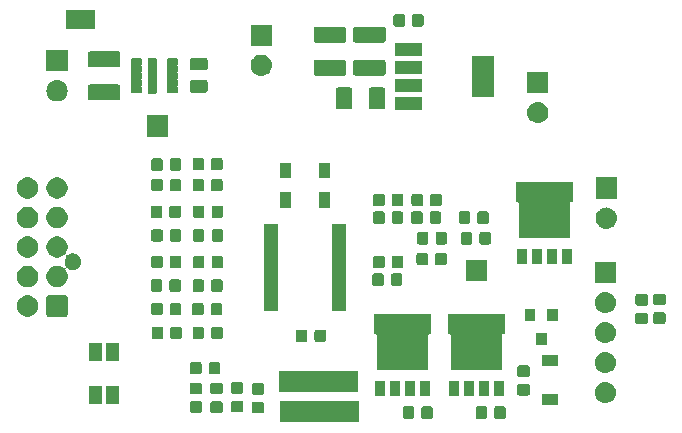
<source format=gts>
G04 #@! TF.GenerationSoftware,KiCad,Pcbnew,5.1.0-unknown-2bcf38d~82~ubuntu18.04.1*
G04 #@! TF.CreationDate,2019-04-22T09:47:57-06:00*
G04 #@! TF.ProjectId,batteryMonitor,62617474-6572-4794-9d6f-6e69746f722e,rev?*
G04 #@! TF.SameCoordinates,Original*
G04 #@! TF.FileFunction,Soldermask,Top*
G04 #@! TF.FilePolarity,Negative*
%FSLAX46Y46*%
G04 Gerber Fmt 4.6, Leading zero omitted, Abs format (unit mm)*
G04 Created by KiCad (PCBNEW 5.1.0-unknown-2bcf38d~82~ubuntu18.04.1) date 2019-04-22 09:47:57*
%MOMM*%
%LPD*%
G04 APERTURE LIST*
%ADD10C,0.100000*%
G04 APERTURE END LIST*
D10*
G36*
X121101000Y-93809280D02*
G01*
X114399000Y-93809280D01*
X114399000Y-92057280D01*
X121101000Y-92057280D01*
X121101000Y-93809280D01*
X121101000Y-93809280D01*
G37*
G36*
X133342091Y-92478085D02*
G01*
X133376069Y-92488393D01*
X133407390Y-92505134D01*
X133434839Y-92527661D01*
X133457366Y-92555110D01*
X133474107Y-92586431D01*
X133484415Y-92620409D01*
X133488500Y-92661890D01*
X133488500Y-93338110D01*
X133484415Y-93379591D01*
X133474107Y-93413569D01*
X133457366Y-93444890D01*
X133434839Y-93472339D01*
X133407390Y-93494866D01*
X133376069Y-93511607D01*
X133342091Y-93521915D01*
X133300610Y-93526000D01*
X132699390Y-93526000D01*
X132657909Y-93521915D01*
X132623931Y-93511607D01*
X132592610Y-93494866D01*
X132565161Y-93472339D01*
X132542634Y-93444890D01*
X132525893Y-93413569D01*
X132515585Y-93379591D01*
X132511500Y-93338110D01*
X132511500Y-92661890D01*
X132515585Y-92620409D01*
X132525893Y-92586431D01*
X132542634Y-92555110D01*
X132565161Y-92527661D01*
X132592610Y-92505134D01*
X132623931Y-92488393D01*
X132657909Y-92478085D01*
X132699390Y-92474000D01*
X133300610Y-92474000D01*
X133342091Y-92478085D01*
X133342091Y-92478085D01*
G37*
G36*
X127167091Y-92478085D02*
G01*
X127201069Y-92488393D01*
X127232390Y-92505134D01*
X127259839Y-92527661D01*
X127282366Y-92555110D01*
X127299107Y-92586431D01*
X127309415Y-92620409D01*
X127313500Y-92661890D01*
X127313500Y-93338110D01*
X127309415Y-93379591D01*
X127299107Y-93413569D01*
X127282366Y-93444890D01*
X127259839Y-93472339D01*
X127232390Y-93494866D01*
X127201069Y-93511607D01*
X127167091Y-93521915D01*
X127125610Y-93526000D01*
X126524390Y-93526000D01*
X126482909Y-93521915D01*
X126448931Y-93511607D01*
X126417610Y-93494866D01*
X126390161Y-93472339D01*
X126367634Y-93444890D01*
X126350893Y-93413569D01*
X126340585Y-93379591D01*
X126336500Y-93338110D01*
X126336500Y-92661890D01*
X126340585Y-92620409D01*
X126350893Y-92586431D01*
X126367634Y-92555110D01*
X126390161Y-92527661D01*
X126417610Y-92505134D01*
X126448931Y-92488393D01*
X126482909Y-92478085D01*
X126524390Y-92474000D01*
X127125610Y-92474000D01*
X127167091Y-92478085D01*
X127167091Y-92478085D01*
G37*
G36*
X131767091Y-92478085D02*
G01*
X131801069Y-92488393D01*
X131832390Y-92505134D01*
X131859839Y-92527661D01*
X131882366Y-92555110D01*
X131899107Y-92586431D01*
X131909415Y-92620409D01*
X131913500Y-92661890D01*
X131913500Y-93338110D01*
X131909415Y-93379591D01*
X131899107Y-93413569D01*
X131882366Y-93444890D01*
X131859839Y-93472339D01*
X131832390Y-93494866D01*
X131801069Y-93511607D01*
X131767091Y-93521915D01*
X131725610Y-93526000D01*
X131124390Y-93526000D01*
X131082909Y-93521915D01*
X131048931Y-93511607D01*
X131017610Y-93494866D01*
X130990161Y-93472339D01*
X130967634Y-93444890D01*
X130950893Y-93413569D01*
X130940585Y-93379591D01*
X130936500Y-93338110D01*
X130936500Y-92661890D01*
X130940585Y-92620409D01*
X130950893Y-92586431D01*
X130967634Y-92555110D01*
X130990161Y-92527661D01*
X131017610Y-92505134D01*
X131048931Y-92488393D01*
X131082909Y-92478085D01*
X131124390Y-92474000D01*
X131725610Y-92474000D01*
X131767091Y-92478085D01*
X131767091Y-92478085D01*
G37*
G36*
X125592091Y-92478085D02*
G01*
X125626069Y-92488393D01*
X125657390Y-92505134D01*
X125684839Y-92527661D01*
X125707366Y-92555110D01*
X125724107Y-92586431D01*
X125734415Y-92620409D01*
X125738500Y-92661890D01*
X125738500Y-93338110D01*
X125734415Y-93379591D01*
X125724107Y-93413569D01*
X125707366Y-93444890D01*
X125684839Y-93472339D01*
X125657390Y-93494866D01*
X125626069Y-93511607D01*
X125592091Y-93521915D01*
X125550610Y-93526000D01*
X124949390Y-93526000D01*
X124907909Y-93521915D01*
X124873931Y-93511607D01*
X124842610Y-93494866D01*
X124815161Y-93472339D01*
X124792634Y-93444890D01*
X124775893Y-93413569D01*
X124765585Y-93379591D01*
X124761500Y-93338110D01*
X124761500Y-92661890D01*
X124765585Y-92620409D01*
X124775893Y-92586431D01*
X124792634Y-92555110D01*
X124815161Y-92527661D01*
X124842610Y-92505134D01*
X124873931Y-92488393D01*
X124907909Y-92478085D01*
X124949390Y-92474000D01*
X125550610Y-92474000D01*
X125592091Y-92478085D01*
X125592091Y-92478085D01*
G37*
G36*
X112879591Y-92090585D02*
G01*
X112913569Y-92100893D01*
X112944890Y-92117634D01*
X112972339Y-92140161D01*
X112994866Y-92167610D01*
X113011607Y-92198931D01*
X113021915Y-92232909D01*
X113026000Y-92274390D01*
X113026000Y-92875610D01*
X113021915Y-92917091D01*
X113011607Y-92951069D01*
X112994866Y-92982390D01*
X112972339Y-93009839D01*
X112944890Y-93032366D01*
X112913569Y-93049107D01*
X112879591Y-93059415D01*
X112838110Y-93063500D01*
X112161890Y-93063500D01*
X112120409Y-93059415D01*
X112086431Y-93049107D01*
X112055110Y-93032366D01*
X112027661Y-93009839D01*
X112005134Y-92982390D01*
X111988393Y-92951069D01*
X111978085Y-92917091D01*
X111974000Y-92875610D01*
X111974000Y-92274390D01*
X111978085Y-92232909D01*
X111988393Y-92198931D01*
X112005134Y-92167610D01*
X112027661Y-92140161D01*
X112055110Y-92117634D01*
X112086431Y-92100893D01*
X112120409Y-92090585D01*
X112161890Y-92086500D01*
X112838110Y-92086500D01*
X112879591Y-92090585D01*
X112879591Y-92090585D01*
G37*
G36*
X109390371Y-92057845D02*
G01*
X109424349Y-92068153D01*
X109455670Y-92084894D01*
X109483119Y-92107421D01*
X109505646Y-92134870D01*
X109522387Y-92166191D01*
X109532695Y-92200169D01*
X109536780Y-92241650D01*
X109536780Y-92842870D01*
X109532695Y-92884351D01*
X109522387Y-92918329D01*
X109505646Y-92949650D01*
X109483119Y-92977099D01*
X109455670Y-92999626D01*
X109424349Y-93016367D01*
X109390371Y-93026675D01*
X109348890Y-93030760D01*
X108672670Y-93030760D01*
X108631189Y-93026675D01*
X108597211Y-93016367D01*
X108565890Y-92999626D01*
X108538441Y-92977099D01*
X108515914Y-92949650D01*
X108499173Y-92918329D01*
X108488865Y-92884351D01*
X108484780Y-92842870D01*
X108484780Y-92241650D01*
X108488865Y-92200169D01*
X108499173Y-92166191D01*
X108515914Y-92134870D01*
X108538441Y-92107421D01*
X108565890Y-92084894D01*
X108597211Y-92068153D01*
X108631189Y-92057845D01*
X108672670Y-92053760D01*
X109348890Y-92053760D01*
X109390371Y-92057845D01*
X109390371Y-92057845D01*
G37*
G36*
X107629591Y-92053085D02*
G01*
X107663569Y-92063393D01*
X107694890Y-92080134D01*
X107722339Y-92102661D01*
X107744866Y-92130110D01*
X107761607Y-92161431D01*
X107771915Y-92195409D01*
X107776000Y-92236890D01*
X107776000Y-92838110D01*
X107771915Y-92879591D01*
X107761607Y-92913569D01*
X107744866Y-92944890D01*
X107722339Y-92972339D01*
X107694890Y-92994866D01*
X107663569Y-93011607D01*
X107629591Y-93021915D01*
X107588110Y-93026000D01*
X106911890Y-93026000D01*
X106870409Y-93021915D01*
X106836431Y-93011607D01*
X106805110Y-92994866D01*
X106777661Y-92972339D01*
X106755134Y-92944890D01*
X106738393Y-92913569D01*
X106728085Y-92879591D01*
X106724000Y-92838110D01*
X106724000Y-92236890D01*
X106728085Y-92195409D01*
X106738393Y-92161431D01*
X106755134Y-92130110D01*
X106777661Y-92102661D01*
X106805110Y-92080134D01*
X106836431Y-92063393D01*
X106870409Y-92053085D01*
X106911890Y-92049000D01*
X107588110Y-92049000D01*
X107629591Y-92053085D01*
X107629591Y-92053085D01*
G37*
G36*
X111129591Y-92015585D02*
G01*
X111163569Y-92025893D01*
X111194890Y-92042634D01*
X111222339Y-92065161D01*
X111244866Y-92092610D01*
X111261607Y-92123931D01*
X111271915Y-92157909D01*
X111276000Y-92199390D01*
X111276000Y-92800610D01*
X111271915Y-92842091D01*
X111261607Y-92876069D01*
X111244866Y-92907390D01*
X111222339Y-92934839D01*
X111194890Y-92957366D01*
X111163569Y-92974107D01*
X111129591Y-92984415D01*
X111088110Y-92988500D01*
X110411890Y-92988500D01*
X110370409Y-92984415D01*
X110336431Y-92974107D01*
X110305110Y-92957366D01*
X110277661Y-92934839D01*
X110255134Y-92907390D01*
X110238393Y-92876069D01*
X110228085Y-92842091D01*
X110224000Y-92800610D01*
X110224000Y-92199390D01*
X110228085Y-92157909D01*
X110238393Y-92123931D01*
X110255134Y-92092610D01*
X110277661Y-92065161D01*
X110305110Y-92042634D01*
X110336431Y-92025893D01*
X110370409Y-92015585D01*
X110411890Y-92011500D01*
X111088110Y-92011500D01*
X111129591Y-92015585D01*
X111129591Y-92015585D01*
G37*
G36*
X137901000Y-92401000D02*
G01*
X136599000Y-92401000D01*
X136599000Y-91399000D01*
X137901000Y-91399000D01*
X137901000Y-92401000D01*
X137901000Y-92401000D01*
G37*
G36*
X100776000Y-92251000D02*
G01*
X99624000Y-92251000D01*
X99624000Y-90749000D01*
X100776000Y-90749000D01*
X100776000Y-92251000D01*
X100776000Y-92251000D01*
G37*
G36*
X99326000Y-92251000D02*
G01*
X98174000Y-92251000D01*
X98174000Y-90749000D01*
X99326000Y-90749000D01*
X99326000Y-92251000D01*
X99326000Y-92251000D01*
G37*
G36*
X142041522Y-90407398D02*
G01*
X142107707Y-90413917D01*
X142277546Y-90465437D01*
X142434071Y-90549102D01*
X142469809Y-90578432D01*
X142571266Y-90661694D01*
X142654528Y-90763151D01*
X142683858Y-90798889D01*
X142767523Y-90955414D01*
X142819043Y-91125253D01*
X142836439Y-91301880D01*
X142819043Y-91478507D01*
X142767523Y-91648346D01*
X142683858Y-91804871D01*
X142654528Y-91840609D01*
X142571266Y-91942066D01*
X142469809Y-92025328D01*
X142434071Y-92054658D01*
X142426971Y-92058453D01*
X142297488Y-92127664D01*
X142277546Y-92138323D01*
X142107707Y-92189843D01*
X142041523Y-92196361D01*
X141975340Y-92202880D01*
X141886820Y-92202880D01*
X141820637Y-92196361D01*
X141754453Y-92189843D01*
X141584614Y-92138323D01*
X141564673Y-92127664D01*
X141435189Y-92058453D01*
X141428089Y-92054658D01*
X141392351Y-92025328D01*
X141290894Y-91942066D01*
X141207632Y-91840609D01*
X141178302Y-91804871D01*
X141094637Y-91648346D01*
X141043117Y-91478507D01*
X141025721Y-91301880D01*
X141043117Y-91125253D01*
X141094637Y-90955414D01*
X141178302Y-90798889D01*
X141207632Y-90763151D01*
X141290894Y-90661694D01*
X141392351Y-90578432D01*
X141428089Y-90549102D01*
X141584614Y-90465437D01*
X141754453Y-90413917D01*
X141820638Y-90407398D01*
X141886820Y-90400880D01*
X141975340Y-90400880D01*
X142041522Y-90407398D01*
X142041522Y-90407398D01*
G37*
G36*
X130780000Y-91615000D02*
G01*
X129940000Y-91615000D01*
X129940000Y-90325000D01*
X130780000Y-90325000D01*
X130780000Y-91615000D01*
X130780000Y-91615000D01*
G37*
G36*
X129510000Y-91615000D02*
G01*
X128670000Y-91615000D01*
X128670000Y-90325000D01*
X129510000Y-90325000D01*
X129510000Y-91615000D01*
X129510000Y-91615000D01*
G37*
G36*
X132060000Y-91615000D02*
G01*
X131220000Y-91615000D01*
X131220000Y-90325000D01*
X132060000Y-90325000D01*
X132060000Y-91615000D01*
X132060000Y-91615000D01*
G37*
G36*
X133330000Y-91615000D02*
G01*
X132490000Y-91615000D01*
X132490000Y-90325000D01*
X133330000Y-90325000D01*
X133330000Y-91615000D01*
X133330000Y-91615000D01*
G37*
G36*
X125810000Y-91615000D02*
G01*
X124970000Y-91615000D01*
X124970000Y-90325000D01*
X125810000Y-90325000D01*
X125810000Y-91615000D01*
X125810000Y-91615000D01*
G37*
G36*
X127080000Y-91615000D02*
G01*
X126240000Y-91615000D01*
X126240000Y-90325000D01*
X127080000Y-90325000D01*
X127080000Y-91615000D01*
X127080000Y-91615000D01*
G37*
G36*
X124530000Y-91615000D02*
G01*
X123690000Y-91615000D01*
X123690000Y-90325000D01*
X124530000Y-90325000D01*
X124530000Y-91615000D01*
X124530000Y-91615000D01*
G37*
G36*
X123260000Y-91615000D02*
G01*
X122420000Y-91615000D01*
X122420000Y-90325000D01*
X123260000Y-90325000D01*
X123260000Y-91615000D01*
X123260000Y-91615000D01*
G37*
G36*
X135379591Y-90590585D02*
G01*
X135413569Y-90600893D01*
X135444890Y-90617634D01*
X135472339Y-90640161D01*
X135494866Y-90667610D01*
X135511607Y-90698931D01*
X135521915Y-90732909D01*
X135526000Y-90774390D01*
X135526000Y-91375610D01*
X135521915Y-91417091D01*
X135511607Y-91451069D01*
X135494866Y-91482390D01*
X135472339Y-91509839D01*
X135444890Y-91532366D01*
X135413569Y-91549107D01*
X135379591Y-91559415D01*
X135338110Y-91563500D01*
X134661890Y-91563500D01*
X134620409Y-91559415D01*
X134586431Y-91549107D01*
X134555110Y-91532366D01*
X134527661Y-91509839D01*
X134505134Y-91482390D01*
X134488393Y-91451069D01*
X134478085Y-91417091D01*
X134474000Y-91375610D01*
X134474000Y-90774390D01*
X134478085Y-90732909D01*
X134488393Y-90698931D01*
X134505134Y-90667610D01*
X134527661Y-90640161D01*
X134555110Y-90617634D01*
X134586431Y-90600893D01*
X134620409Y-90590585D01*
X134661890Y-90586500D01*
X135338110Y-90586500D01*
X135379591Y-90590585D01*
X135379591Y-90590585D01*
G37*
G36*
X112879591Y-90515585D02*
G01*
X112913569Y-90525893D01*
X112944890Y-90542634D01*
X112972339Y-90565161D01*
X112994866Y-90592610D01*
X113011607Y-90623931D01*
X113021915Y-90657909D01*
X113026000Y-90699390D01*
X113026000Y-91300610D01*
X113021915Y-91342091D01*
X113011607Y-91376069D01*
X112994866Y-91407390D01*
X112972339Y-91434839D01*
X112944890Y-91457366D01*
X112913569Y-91474107D01*
X112879591Y-91484415D01*
X112838110Y-91488500D01*
X112161890Y-91488500D01*
X112120409Y-91484415D01*
X112086431Y-91474107D01*
X112055110Y-91457366D01*
X112027661Y-91434839D01*
X112005134Y-91407390D01*
X111988393Y-91376069D01*
X111978085Y-91342091D01*
X111974000Y-91300610D01*
X111974000Y-90699390D01*
X111978085Y-90657909D01*
X111988393Y-90623931D01*
X112005134Y-90592610D01*
X112027661Y-90565161D01*
X112055110Y-90542634D01*
X112086431Y-90525893D01*
X112120409Y-90515585D01*
X112161890Y-90511500D01*
X112838110Y-90511500D01*
X112879591Y-90515585D01*
X112879591Y-90515585D01*
G37*
G36*
X109390371Y-90482845D02*
G01*
X109424349Y-90493153D01*
X109455670Y-90509894D01*
X109483119Y-90532421D01*
X109505646Y-90559870D01*
X109522387Y-90591191D01*
X109532695Y-90625169D01*
X109536780Y-90666650D01*
X109536780Y-91267870D01*
X109532695Y-91309351D01*
X109522387Y-91343329D01*
X109505646Y-91374650D01*
X109483119Y-91402099D01*
X109455670Y-91424626D01*
X109424349Y-91441367D01*
X109390371Y-91451675D01*
X109348890Y-91455760D01*
X108672670Y-91455760D01*
X108631189Y-91451675D01*
X108597211Y-91441367D01*
X108565890Y-91424626D01*
X108538441Y-91402099D01*
X108515914Y-91374650D01*
X108499173Y-91343329D01*
X108488865Y-91309351D01*
X108484780Y-91267870D01*
X108484780Y-90666650D01*
X108488865Y-90625169D01*
X108499173Y-90591191D01*
X108515914Y-90559870D01*
X108538441Y-90532421D01*
X108565890Y-90509894D01*
X108597211Y-90493153D01*
X108631189Y-90482845D01*
X108672670Y-90478760D01*
X109348890Y-90478760D01*
X109390371Y-90482845D01*
X109390371Y-90482845D01*
G37*
G36*
X107629591Y-90478085D02*
G01*
X107663569Y-90488393D01*
X107694890Y-90505134D01*
X107722339Y-90527661D01*
X107744866Y-90555110D01*
X107761607Y-90586431D01*
X107771915Y-90620409D01*
X107776000Y-90661890D01*
X107776000Y-91263110D01*
X107771915Y-91304591D01*
X107761607Y-91338569D01*
X107744866Y-91369890D01*
X107722339Y-91397339D01*
X107694890Y-91419866D01*
X107663569Y-91436607D01*
X107629591Y-91446915D01*
X107588110Y-91451000D01*
X106911890Y-91451000D01*
X106870409Y-91446915D01*
X106836431Y-91436607D01*
X106805110Y-91419866D01*
X106777661Y-91397339D01*
X106755134Y-91369890D01*
X106738393Y-91338569D01*
X106728085Y-91304591D01*
X106724000Y-91263110D01*
X106724000Y-90661890D01*
X106728085Y-90620409D01*
X106738393Y-90586431D01*
X106755134Y-90555110D01*
X106777661Y-90527661D01*
X106805110Y-90505134D01*
X106836431Y-90488393D01*
X106870409Y-90478085D01*
X106911890Y-90474000D01*
X107588110Y-90474000D01*
X107629591Y-90478085D01*
X107629591Y-90478085D01*
G37*
G36*
X111129591Y-90440585D02*
G01*
X111163569Y-90450893D01*
X111194890Y-90467634D01*
X111222339Y-90490161D01*
X111244866Y-90517610D01*
X111261607Y-90548931D01*
X111271915Y-90582909D01*
X111276000Y-90624390D01*
X111276000Y-91225610D01*
X111271915Y-91267091D01*
X111261607Y-91301069D01*
X111244866Y-91332390D01*
X111222339Y-91359839D01*
X111194890Y-91382366D01*
X111163569Y-91399107D01*
X111129591Y-91409415D01*
X111088110Y-91413500D01*
X110411890Y-91413500D01*
X110370409Y-91409415D01*
X110336431Y-91399107D01*
X110305110Y-91382366D01*
X110277661Y-91359839D01*
X110255134Y-91332390D01*
X110238393Y-91301069D01*
X110228085Y-91267091D01*
X110224000Y-91225610D01*
X110224000Y-90624390D01*
X110228085Y-90582909D01*
X110238393Y-90548931D01*
X110255134Y-90517610D01*
X110277661Y-90490161D01*
X110305110Y-90467634D01*
X110336431Y-90450893D01*
X110370409Y-90440585D01*
X110411890Y-90436500D01*
X111088110Y-90436500D01*
X111129591Y-90440585D01*
X111129591Y-90440585D01*
G37*
G36*
X121001000Y-91259280D02*
G01*
X114299000Y-91259280D01*
X114299000Y-89507280D01*
X121001000Y-89507280D01*
X121001000Y-91259280D01*
X121001000Y-91259280D01*
G37*
G36*
X135379591Y-89015585D02*
G01*
X135413569Y-89025893D01*
X135444890Y-89042634D01*
X135472339Y-89065161D01*
X135494866Y-89092610D01*
X135511607Y-89123931D01*
X135521915Y-89157909D01*
X135526000Y-89199390D01*
X135526000Y-89800610D01*
X135521915Y-89842091D01*
X135511607Y-89876069D01*
X135494866Y-89907390D01*
X135472339Y-89934839D01*
X135444890Y-89957366D01*
X135413569Y-89974107D01*
X135379591Y-89984415D01*
X135338110Y-89988500D01*
X134661890Y-89988500D01*
X134620409Y-89984415D01*
X134586431Y-89974107D01*
X134555110Y-89957366D01*
X134527661Y-89934839D01*
X134505134Y-89907390D01*
X134488393Y-89876069D01*
X134478085Y-89842091D01*
X134474000Y-89800610D01*
X134474000Y-89199390D01*
X134478085Y-89157909D01*
X134488393Y-89123931D01*
X134505134Y-89092610D01*
X134527661Y-89065161D01*
X134555110Y-89042634D01*
X134586431Y-89025893D01*
X134620409Y-89015585D01*
X134661890Y-89011500D01*
X135338110Y-89011500D01*
X135379591Y-89015585D01*
X135379591Y-89015585D01*
G37*
G36*
X107592091Y-88728085D02*
G01*
X107626069Y-88738393D01*
X107657390Y-88755134D01*
X107684839Y-88777661D01*
X107707366Y-88805110D01*
X107724107Y-88836431D01*
X107734415Y-88870409D01*
X107738500Y-88911890D01*
X107738500Y-89588110D01*
X107734415Y-89629591D01*
X107724107Y-89663569D01*
X107707366Y-89694890D01*
X107684839Y-89722339D01*
X107657390Y-89744866D01*
X107626069Y-89761607D01*
X107592091Y-89771915D01*
X107550610Y-89776000D01*
X106949390Y-89776000D01*
X106907909Y-89771915D01*
X106873931Y-89761607D01*
X106842610Y-89744866D01*
X106815161Y-89722339D01*
X106792634Y-89694890D01*
X106775893Y-89663569D01*
X106765585Y-89629591D01*
X106761500Y-89588110D01*
X106761500Y-88911890D01*
X106765585Y-88870409D01*
X106775893Y-88836431D01*
X106792634Y-88805110D01*
X106815161Y-88777661D01*
X106842610Y-88755134D01*
X106873931Y-88738393D01*
X106907909Y-88728085D01*
X106949390Y-88724000D01*
X107550610Y-88724000D01*
X107592091Y-88728085D01*
X107592091Y-88728085D01*
G37*
G36*
X109167091Y-88728085D02*
G01*
X109201069Y-88738393D01*
X109232390Y-88755134D01*
X109259839Y-88777661D01*
X109282366Y-88805110D01*
X109299107Y-88836431D01*
X109309415Y-88870409D01*
X109313500Y-88911890D01*
X109313500Y-89588110D01*
X109309415Y-89629591D01*
X109299107Y-89663569D01*
X109282366Y-89694890D01*
X109259839Y-89722339D01*
X109232390Y-89744866D01*
X109201069Y-89761607D01*
X109167091Y-89771915D01*
X109125610Y-89776000D01*
X108524390Y-89776000D01*
X108482909Y-89771915D01*
X108448931Y-89761607D01*
X108417610Y-89744866D01*
X108390161Y-89722339D01*
X108367634Y-89694890D01*
X108350893Y-89663569D01*
X108340585Y-89629591D01*
X108336500Y-89588110D01*
X108336500Y-88911890D01*
X108340585Y-88870409D01*
X108350893Y-88836431D01*
X108367634Y-88805110D01*
X108390161Y-88777661D01*
X108417610Y-88755134D01*
X108448931Y-88738393D01*
X108482909Y-88728085D01*
X108524390Y-88724000D01*
X109125610Y-88724000D01*
X109167091Y-88728085D01*
X109167091Y-88728085D01*
G37*
G36*
X142041523Y-87867399D02*
G01*
X142107707Y-87873917D01*
X142277546Y-87925437D01*
X142434071Y-88009102D01*
X142469809Y-88038432D01*
X142571266Y-88121694D01*
X142654528Y-88223151D01*
X142683858Y-88258889D01*
X142767523Y-88415414D01*
X142819043Y-88585253D01*
X142836439Y-88761880D01*
X142819043Y-88938507D01*
X142767523Y-89108346D01*
X142683858Y-89264871D01*
X142654528Y-89300609D01*
X142571266Y-89402066D01*
X142469809Y-89485328D01*
X142434071Y-89514658D01*
X142277546Y-89598323D01*
X142107707Y-89649843D01*
X142041523Y-89656361D01*
X141975340Y-89662880D01*
X141886820Y-89662880D01*
X141820637Y-89656361D01*
X141754453Y-89649843D01*
X141584614Y-89598323D01*
X141428089Y-89514658D01*
X141392351Y-89485328D01*
X141290894Y-89402066D01*
X141207632Y-89300609D01*
X141178302Y-89264871D01*
X141094637Y-89108346D01*
X141043117Y-88938507D01*
X141025721Y-88761880D01*
X141043117Y-88585253D01*
X141094637Y-88415414D01*
X141178302Y-88258889D01*
X141207632Y-88223151D01*
X141290894Y-88121694D01*
X141392351Y-88038432D01*
X141428089Y-88009102D01*
X141584614Y-87925437D01*
X141754453Y-87873917D01*
X141820637Y-87867399D01*
X141886820Y-87860880D01*
X141975340Y-87860880D01*
X142041523Y-87867399D01*
X142041523Y-87867399D01*
G37*
G36*
X133420000Y-86345000D02*
G01*
X133294999Y-86345000D01*
X133270613Y-86347402D01*
X133247164Y-86354515D01*
X133225553Y-86366066D01*
X133206611Y-86381611D01*
X133191066Y-86400553D01*
X133179515Y-86422164D01*
X133172402Y-86445613D01*
X133170000Y-86469999D01*
X133170000Y-89420000D01*
X128830000Y-89420000D01*
X128830000Y-86469999D01*
X128827598Y-86445613D01*
X128820485Y-86422164D01*
X128808934Y-86400553D01*
X128793389Y-86381611D01*
X128774447Y-86366066D01*
X128752836Y-86354515D01*
X128729387Y-86347402D01*
X128705001Y-86345000D01*
X128580000Y-86345000D01*
X128580000Y-84655000D01*
X133420000Y-84655000D01*
X133420000Y-86345000D01*
X133420000Y-86345000D01*
G37*
G36*
X127170000Y-86345000D02*
G01*
X127044999Y-86345000D01*
X127020613Y-86347402D01*
X126997164Y-86354515D01*
X126975553Y-86366066D01*
X126956611Y-86381611D01*
X126941066Y-86400553D01*
X126929515Y-86422164D01*
X126922402Y-86445613D01*
X126920000Y-86469999D01*
X126920000Y-89420000D01*
X122580000Y-89420000D01*
X122580000Y-86469999D01*
X122577598Y-86445613D01*
X122570485Y-86422164D01*
X122558934Y-86400553D01*
X122543389Y-86381611D01*
X122524447Y-86366066D01*
X122502836Y-86354515D01*
X122479387Y-86347402D01*
X122455001Y-86345000D01*
X122330000Y-86345000D01*
X122330000Y-84655000D01*
X127170000Y-84655000D01*
X127170000Y-86345000D01*
X127170000Y-86345000D01*
G37*
G36*
X137901000Y-89101000D02*
G01*
X136599000Y-89101000D01*
X136599000Y-88099000D01*
X137901000Y-88099000D01*
X137901000Y-89101000D01*
X137901000Y-89101000D01*
G37*
G36*
X100776000Y-88651000D02*
G01*
X99624000Y-88651000D01*
X99624000Y-87149000D01*
X100776000Y-87149000D01*
X100776000Y-88651000D01*
X100776000Y-88651000D01*
G37*
G36*
X99326000Y-88651000D02*
G01*
X98174000Y-88651000D01*
X98174000Y-87149000D01*
X99326000Y-87149000D01*
X99326000Y-88651000D01*
X99326000Y-88651000D01*
G37*
G36*
X136951000Y-87251000D02*
G01*
X136049000Y-87251000D01*
X136049000Y-86249000D01*
X136951000Y-86249000D01*
X136951000Y-87251000D01*
X136951000Y-87251000D01*
G37*
G36*
X142041522Y-85327398D02*
G01*
X142107707Y-85333917D01*
X142277546Y-85385437D01*
X142434071Y-85469102D01*
X142457707Y-85488500D01*
X142571266Y-85581694D01*
X142654528Y-85683151D01*
X142683858Y-85718889D01*
X142767523Y-85875414D01*
X142819043Y-86045253D01*
X142836439Y-86221880D01*
X142819043Y-86398507D01*
X142767523Y-86568346D01*
X142683858Y-86724871D01*
X142667448Y-86744866D01*
X142571266Y-86862066D01*
X142470343Y-86944890D01*
X142434071Y-86974658D01*
X142277546Y-87058323D01*
X142107707Y-87109843D01*
X142041522Y-87116362D01*
X141975340Y-87122880D01*
X141886820Y-87122880D01*
X141820638Y-87116362D01*
X141754453Y-87109843D01*
X141584614Y-87058323D01*
X141428089Y-86974658D01*
X141391817Y-86944890D01*
X141290894Y-86862066D01*
X141194712Y-86744866D01*
X141178302Y-86724871D01*
X141094637Y-86568346D01*
X141043117Y-86398507D01*
X141025721Y-86221880D01*
X141043117Y-86045253D01*
X141094637Y-85875414D01*
X141178302Y-85718889D01*
X141207632Y-85683151D01*
X141290894Y-85581694D01*
X141404453Y-85488500D01*
X141428089Y-85469102D01*
X141584614Y-85385437D01*
X141754453Y-85333917D01*
X141820638Y-85327398D01*
X141886820Y-85320880D01*
X141975340Y-85320880D01*
X142041522Y-85327398D01*
X142041522Y-85327398D01*
G37*
G36*
X116554591Y-85978085D02*
G01*
X116588569Y-85988393D01*
X116619890Y-86005134D01*
X116647339Y-86027661D01*
X116669866Y-86055110D01*
X116686607Y-86086431D01*
X116696915Y-86120409D01*
X116701000Y-86161890D01*
X116701000Y-86838110D01*
X116696915Y-86879591D01*
X116686607Y-86913569D01*
X116669866Y-86944890D01*
X116647339Y-86972339D01*
X116619890Y-86994866D01*
X116588569Y-87011607D01*
X116554591Y-87021915D01*
X116513110Y-87026000D01*
X115911890Y-87026000D01*
X115870409Y-87021915D01*
X115836431Y-87011607D01*
X115805110Y-86994866D01*
X115777661Y-86972339D01*
X115755134Y-86944890D01*
X115738393Y-86913569D01*
X115728085Y-86879591D01*
X115724000Y-86838110D01*
X115724000Y-86161890D01*
X115728085Y-86120409D01*
X115738393Y-86086431D01*
X115755134Y-86055110D01*
X115777661Y-86027661D01*
X115805110Y-86005134D01*
X115836431Y-85988393D01*
X115870409Y-85978085D01*
X115911890Y-85974000D01*
X116513110Y-85974000D01*
X116554591Y-85978085D01*
X116554591Y-85978085D01*
G37*
G36*
X118129591Y-85978085D02*
G01*
X118163569Y-85988393D01*
X118194890Y-86005134D01*
X118222339Y-86027661D01*
X118244866Y-86055110D01*
X118261607Y-86086431D01*
X118271915Y-86120409D01*
X118276000Y-86161890D01*
X118276000Y-86838110D01*
X118271915Y-86879591D01*
X118261607Y-86913569D01*
X118244866Y-86944890D01*
X118222339Y-86972339D01*
X118194890Y-86994866D01*
X118163569Y-87011607D01*
X118129591Y-87021915D01*
X118088110Y-87026000D01*
X117486890Y-87026000D01*
X117445409Y-87021915D01*
X117411431Y-87011607D01*
X117380110Y-86994866D01*
X117352661Y-86972339D01*
X117330134Y-86944890D01*
X117313393Y-86913569D01*
X117303085Y-86879591D01*
X117299000Y-86838110D01*
X117299000Y-86161890D01*
X117303085Y-86120409D01*
X117313393Y-86086431D01*
X117330134Y-86055110D01*
X117352661Y-86027661D01*
X117380110Y-86005134D01*
X117411431Y-85988393D01*
X117445409Y-85978085D01*
X117486890Y-85974000D01*
X118088110Y-85974000D01*
X118129591Y-85978085D01*
X118129591Y-85978085D01*
G37*
G36*
X109379591Y-85728085D02*
G01*
X109413569Y-85738393D01*
X109444890Y-85755134D01*
X109472339Y-85777661D01*
X109494866Y-85805110D01*
X109511607Y-85836431D01*
X109521915Y-85870409D01*
X109526000Y-85911890D01*
X109526000Y-86588110D01*
X109521915Y-86629591D01*
X109511607Y-86663569D01*
X109494866Y-86694890D01*
X109472339Y-86722339D01*
X109444890Y-86744866D01*
X109413569Y-86761607D01*
X109379591Y-86771915D01*
X109338110Y-86776000D01*
X108736890Y-86776000D01*
X108695409Y-86771915D01*
X108661431Y-86761607D01*
X108630110Y-86744866D01*
X108602661Y-86722339D01*
X108580134Y-86694890D01*
X108563393Y-86663569D01*
X108553085Y-86629591D01*
X108549000Y-86588110D01*
X108549000Y-85911890D01*
X108553085Y-85870409D01*
X108563393Y-85836431D01*
X108580134Y-85805110D01*
X108602661Y-85777661D01*
X108630110Y-85755134D01*
X108661431Y-85738393D01*
X108695409Y-85728085D01*
X108736890Y-85724000D01*
X109338110Y-85724000D01*
X109379591Y-85728085D01*
X109379591Y-85728085D01*
G37*
G36*
X104342091Y-85728085D02*
G01*
X104376069Y-85738393D01*
X104407390Y-85755134D01*
X104434839Y-85777661D01*
X104457366Y-85805110D01*
X104474107Y-85836431D01*
X104484415Y-85870409D01*
X104488500Y-85911890D01*
X104488500Y-86588110D01*
X104484415Y-86629591D01*
X104474107Y-86663569D01*
X104457366Y-86694890D01*
X104434839Y-86722339D01*
X104407390Y-86744866D01*
X104376069Y-86761607D01*
X104342091Y-86771915D01*
X104300610Y-86776000D01*
X103699390Y-86776000D01*
X103657909Y-86771915D01*
X103623931Y-86761607D01*
X103592610Y-86744866D01*
X103565161Y-86722339D01*
X103542634Y-86694890D01*
X103525893Y-86663569D01*
X103515585Y-86629591D01*
X103511500Y-86588110D01*
X103511500Y-85911890D01*
X103515585Y-85870409D01*
X103525893Y-85836431D01*
X103542634Y-85805110D01*
X103565161Y-85777661D01*
X103592610Y-85755134D01*
X103623931Y-85738393D01*
X103657909Y-85728085D01*
X103699390Y-85724000D01*
X104300610Y-85724000D01*
X104342091Y-85728085D01*
X104342091Y-85728085D01*
G37*
G36*
X105917091Y-85728085D02*
G01*
X105951069Y-85738393D01*
X105982390Y-85755134D01*
X106009839Y-85777661D01*
X106032366Y-85805110D01*
X106049107Y-85836431D01*
X106059415Y-85870409D01*
X106063500Y-85911890D01*
X106063500Y-86588110D01*
X106059415Y-86629591D01*
X106049107Y-86663569D01*
X106032366Y-86694890D01*
X106009839Y-86722339D01*
X105982390Y-86744866D01*
X105951069Y-86761607D01*
X105917091Y-86771915D01*
X105875610Y-86776000D01*
X105274390Y-86776000D01*
X105232909Y-86771915D01*
X105198931Y-86761607D01*
X105167610Y-86744866D01*
X105140161Y-86722339D01*
X105117634Y-86694890D01*
X105100893Y-86663569D01*
X105090585Y-86629591D01*
X105086500Y-86588110D01*
X105086500Y-85911890D01*
X105090585Y-85870409D01*
X105100893Y-85836431D01*
X105117634Y-85805110D01*
X105140161Y-85777661D01*
X105167610Y-85755134D01*
X105198931Y-85738393D01*
X105232909Y-85728085D01*
X105274390Y-85724000D01*
X105875610Y-85724000D01*
X105917091Y-85728085D01*
X105917091Y-85728085D01*
G37*
G36*
X107804591Y-85728085D02*
G01*
X107838569Y-85738393D01*
X107869890Y-85755134D01*
X107897339Y-85777661D01*
X107919866Y-85805110D01*
X107936607Y-85836431D01*
X107946915Y-85870409D01*
X107951000Y-85911890D01*
X107951000Y-86588110D01*
X107946915Y-86629591D01*
X107936607Y-86663569D01*
X107919866Y-86694890D01*
X107897339Y-86722339D01*
X107869890Y-86744866D01*
X107838569Y-86761607D01*
X107804591Y-86771915D01*
X107763110Y-86776000D01*
X107161890Y-86776000D01*
X107120409Y-86771915D01*
X107086431Y-86761607D01*
X107055110Y-86744866D01*
X107027661Y-86722339D01*
X107005134Y-86694890D01*
X106988393Y-86663569D01*
X106978085Y-86629591D01*
X106974000Y-86588110D01*
X106974000Y-85911890D01*
X106978085Y-85870409D01*
X106988393Y-85836431D01*
X107005134Y-85805110D01*
X107027661Y-85777661D01*
X107055110Y-85755134D01*
X107086431Y-85738393D01*
X107120409Y-85728085D01*
X107161890Y-85724000D01*
X107763110Y-85724000D01*
X107804591Y-85728085D01*
X107804591Y-85728085D01*
G37*
G36*
X145379591Y-84553085D02*
G01*
X145413569Y-84563393D01*
X145444890Y-84580134D01*
X145472339Y-84602661D01*
X145494866Y-84630110D01*
X145511607Y-84661431D01*
X145521915Y-84695409D01*
X145526000Y-84736890D01*
X145526000Y-85338110D01*
X145521915Y-85379591D01*
X145511607Y-85413569D01*
X145494866Y-85444890D01*
X145472339Y-85472339D01*
X145444890Y-85494866D01*
X145413569Y-85511607D01*
X145379591Y-85521915D01*
X145338110Y-85526000D01*
X144661890Y-85526000D01*
X144620409Y-85521915D01*
X144586431Y-85511607D01*
X144555110Y-85494866D01*
X144527661Y-85472339D01*
X144505134Y-85444890D01*
X144488393Y-85413569D01*
X144478085Y-85379591D01*
X144474000Y-85338110D01*
X144474000Y-84736890D01*
X144478085Y-84695409D01*
X144488393Y-84661431D01*
X144505134Y-84630110D01*
X144527661Y-84602661D01*
X144555110Y-84580134D01*
X144586431Y-84563393D01*
X144620409Y-84553085D01*
X144661890Y-84549000D01*
X145338110Y-84549000D01*
X145379591Y-84553085D01*
X145379591Y-84553085D01*
G37*
G36*
X146879591Y-84515585D02*
G01*
X146913569Y-84525893D01*
X146944890Y-84542634D01*
X146972339Y-84565161D01*
X146994866Y-84592610D01*
X147011607Y-84623931D01*
X147021915Y-84657909D01*
X147026000Y-84699390D01*
X147026000Y-85300610D01*
X147021915Y-85342091D01*
X147011607Y-85376069D01*
X146994866Y-85407390D01*
X146972339Y-85434839D01*
X146944890Y-85457366D01*
X146913569Y-85474107D01*
X146879591Y-85484415D01*
X146838110Y-85488500D01*
X146161890Y-85488500D01*
X146120409Y-85484415D01*
X146086431Y-85474107D01*
X146055110Y-85457366D01*
X146027661Y-85434839D01*
X146005134Y-85407390D01*
X145988393Y-85376069D01*
X145978085Y-85342091D01*
X145974000Y-85300610D01*
X145974000Y-84699390D01*
X145978085Y-84657909D01*
X145988393Y-84623931D01*
X146005134Y-84592610D01*
X146027661Y-84565161D01*
X146055110Y-84542634D01*
X146086431Y-84525893D01*
X146120409Y-84515585D01*
X146161890Y-84511500D01*
X146838110Y-84511500D01*
X146879591Y-84515585D01*
X146879591Y-84515585D01*
G37*
G36*
X137901000Y-85251000D02*
G01*
X136999000Y-85251000D01*
X136999000Y-84249000D01*
X137901000Y-84249000D01*
X137901000Y-85251000D01*
X137901000Y-85251000D01*
G37*
G36*
X136001000Y-85251000D02*
G01*
X135099000Y-85251000D01*
X135099000Y-84249000D01*
X136001000Y-84249000D01*
X136001000Y-85251000D01*
X136001000Y-85251000D01*
G37*
G36*
X93110716Y-83088789D02*
G01*
X93264732Y-83119424D01*
X93428704Y-83187344D01*
X93576274Y-83285947D01*
X93701773Y-83411446D01*
X93800376Y-83559016D01*
X93868296Y-83722988D01*
X93892057Y-83842448D01*
X93899998Y-83882366D01*
X93902920Y-83897059D01*
X93902920Y-84074541D01*
X93868296Y-84248612D01*
X93800376Y-84412584D01*
X93701773Y-84560154D01*
X93576274Y-84685653D01*
X93428704Y-84784256D01*
X93264732Y-84852176D01*
X93116261Y-84881708D01*
X93090662Y-84886800D01*
X92913178Y-84886800D01*
X92887579Y-84881708D01*
X92739108Y-84852176D01*
X92575136Y-84784256D01*
X92427566Y-84685653D01*
X92302067Y-84560154D01*
X92203464Y-84412584D01*
X92135544Y-84248612D01*
X92100920Y-84074541D01*
X92100920Y-83897059D01*
X92103843Y-83882366D01*
X92111783Y-83842448D01*
X92135544Y-83722988D01*
X92203464Y-83559016D01*
X92302067Y-83411446D01*
X92427566Y-83285947D01*
X92575136Y-83187344D01*
X92739108Y-83119424D01*
X92893124Y-83088789D01*
X92913178Y-83084800D01*
X93090662Y-83084800D01*
X93110716Y-83088789D01*
X93110716Y-83088789D01*
G37*
G36*
X96260520Y-83088789D02*
G01*
X96293572Y-83098815D01*
X96324023Y-83115092D01*
X96350719Y-83137001D01*
X96372628Y-83163697D01*
X96388905Y-83194148D01*
X96398931Y-83227200D01*
X96402920Y-83267703D01*
X96402920Y-84703897D01*
X96398931Y-84744400D01*
X96388905Y-84777452D01*
X96372628Y-84807903D01*
X96350719Y-84834599D01*
X96324023Y-84856508D01*
X96293572Y-84872785D01*
X96260520Y-84882811D01*
X96220017Y-84886800D01*
X94783823Y-84886800D01*
X94743320Y-84882811D01*
X94710268Y-84872785D01*
X94679817Y-84856508D01*
X94653121Y-84834599D01*
X94631212Y-84807903D01*
X94614935Y-84777452D01*
X94604909Y-84744400D01*
X94600920Y-84703897D01*
X94600920Y-83267703D01*
X94604909Y-83227200D01*
X94614935Y-83194148D01*
X94631212Y-83163697D01*
X94653121Y-83137001D01*
X94679817Y-83115092D01*
X94710268Y-83098815D01*
X94743320Y-83088789D01*
X94783823Y-83084800D01*
X96220017Y-83084800D01*
X96260520Y-83088789D01*
X96260520Y-83088789D01*
G37*
G36*
X109342091Y-83728085D02*
G01*
X109376069Y-83738393D01*
X109407390Y-83755134D01*
X109434839Y-83777661D01*
X109457366Y-83805110D01*
X109474107Y-83836431D01*
X109484415Y-83870409D01*
X109488500Y-83911890D01*
X109488500Y-84588110D01*
X109484415Y-84629591D01*
X109474107Y-84663569D01*
X109457366Y-84694890D01*
X109434839Y-84722339D01*
X109407390Y-84744866D01*
X109376069Y-84761607D01*
X109342091Y-84771915D01*
X109300610Y-84776000D01*
X108699390Y-84776000D01*
X108657909Y-84771915D01*
X108623931Y-84761607D01*
X108592610Y-84744866D01*
X108565161Y-84722339D01*
X108542634Y-84694890D01*
X108525893Y-84663569D01*
X108515585Y-84629591D01*
X108511500Y-84588110D01*
X108511500Y-83911890D01*
X108515585Y-83870409D01*
X108525893Y-83836431D01*
X108542634Y-83805110D01*
X108565161Y-83777661D01*
X108592610Y-83755134D01*
X108623931Y-83738393D01*
X108657909Y-83728085D01*
X108699390Y-83724000D01*
X109300610Y-83724000D01*
X109342091Y-83728085D01*
X109342091Y-83728085D01*
G37*
G36*
X104304591Y-83728085D02*
G01*
X104338569Y-83738393D01*
X104369890Y-83755134D01*
X104397339Y-83777661D01*
X104419866Y-83805110D01*
X104436607Y-83836431D01*
X104446915Y-83870409D01*
X104451000Y-83911890D01*
X104451000Y-84588110D01*
X104446915Y-84629591D01*
X104436607Y-84663569D01*
X104419866Y-84694890D01*
X104397339Y-84722339D01*
X104369890Y-84744866D01*
X104338569Y-84761607D01*
X104304591Y-84771915D01*
X104263110Y-84776000D01*
X103661890Y-84776000D01*
X103620409Y-84771915D01*
X103586431Y-84761607D01*
X103555110Y-84744866D01*
X103527661Y-84722339D01*
X103505134Y-84694890D01*
X103488393Y-84663569D01*
X103478085Y-84629591D01*
X103474000Y-84588110D01*
X103474000Y-83911890D01*
X103478085Y-83870409D01*
X103488393Y-83836431D01*
X103505134Y-83805110D01*
X103527661Y-83777661D01*
X103555110Y-83755134D01*
X103586431Y-83738393D01*
X103620409Y-83728085D01*
X103661890Y-83724000D01*
X104263110Y-83724000D01*
X104304591Y-83728085D01*
X104304591Y-83728085D01*
G37*
G36*
X105879591Y-83728085D02*
G01*
X105913569Y-83738393D01*
X105944890Y-83755134D01*
X105972339Y-83777661D01*
X105994866Y-83805110D01*
X106011607Y-83836431D01*
X106021915Y-83870409D01*
X106026000Y-83911890D01*
X106026000Y-84588110D01*
X106021915Y-84629591D01*
X106011607Y-84663569D01*
X105994866Y-84694890D01*
X105972339Y-84722339D01*
X105944890Y-84744866D01*
X105913569Y-84761607D01*
X105879591Y-84771915D01*
X105838110Y-84776000D01*
X105236890Y-84776000D01*
X105195409Y-84771915D01*
X105161431Y-84761607D01*
X105130110Y-84744866D01*
X105102661Y-84722339D01*
X105080134Y-84694890D01*
X105063393Y-84663569D01*
X105053085Y-84629591D01*
X105049000Y-84588110D01*
X105049000Y-83911890D01*
X105053085Y-83870409D01*
X105063393Y-83836431D01*
X105080134Y-83805110D01*
X105102661Y-83777661D01*
X105130110Y-83755134D01*
X105161431Y-83738393D01*
X105195409Y-83728085D01*
X105236890Y-83724000D01*
X105838110Y-83724000D01*
X105879591Y-83728085D01*
X105879591Y-83728085D01*
G37*
G36*
X107767091Y-83728085D02*
G01*
X107801069Y-83738393D01*
X107832390Y-83755134D01*
X107859839Y-83777661D01*
X107882366Y-83805110D01*
X107899107Y-83836431D01*
X107909415Y-83870409D01*
X107913500Y-83911890D01*
X107913500Y-84588110D01*
X107909415Y-84629591D01*
X107899107Y-84663569D01*
X107882366Y-84694890D01*
X107859839Y-84722339D01*
X107832390Y-84744866D01*
X107801069Y-84761607D01*
X107767091Y-84771915D01*
X107725610Y-84776000D01*
X107124390Y-84776000D01*
X107082909Y-84771915D01*
X107048931Y-84761607D01*
X107017610Y-84744866D01*
X106990161Y-84722339D01*
X106967634Y-84694890D01*
X106950893Y-84663569D01*
X106940585Y-84629591D01*
X106936500Y-84588110D01*
X106936500Y-83911890D01*
X106940585Y-83870409D01*
X106950893Y-83836431D01*
X106967634Y-83805110D01*
X106990161Y-83777661D01*
X107017610Y-83755134D01*
X107048931Y-83738393D01*
X107082909Y-83728085D01*
X107124390Y-83724000D01*
X107725610Y-83724000D01*
X107767091Y-83728085D01*
X107767091Y-83728085D01*
G37*
G36*
X142041523Y-82787399D02*
G01*
X142107707Y-82793917D01*
X142277546Y-82845437D01*
X142434071Y-82929102D01*
X142460623Y-82950893D01*
X142571266Y-83041694D01*
X142639132Y-83124390D01*
X142683858Y-83178889D01*
X142767523Y-83335414D01*
X142819043Y-83505253D01*
X142836439Y-83681880D01*
X142819043Y-83858507D01*
X142767523Y-84028346D01*
X142683858Y-84184871D01*
X142654528Y-84220609D01*
X142571266Y-84322066D01*
X142469809Y-84405328D01*
X142434071Y-84434658D01*
X142434069Y-84434659D01*
X142282669Y-84515585D01*
X142277546Y-84518323D01*
X142107707Y-84569843D01*
X142041522Y-84576362D01*
X141975340Y-84582880D01*
X141886820Y-84582880D01*
X141820638Y-84576362D01*
X141754453Y-84569843D01*
X141584614Y-84518323D01*
X141579492Y-84515585D01*
X141428091Y-84434659D01*
X141428089Y-84434658D01*
X141392351Y-84405328D01*
X141290894Y-84322066D01*
X141207632Y-84220609D01*
X141178302Y-84184871D01*
X141094637Y-84028346D01*
X141043117Y-83858507D01*
X141025721Y-83681880D01*
X141043117Y-83505253D01*
X141094637Y-83335414D01*
X141178302Y-83178889D01*
X141223028Y-83124390D01*
X141290894Y-83041694D01*
X141401537Y-82950893D01*
X141428089Y-82929102D01*
X141584614Y-82845437D01*
X141754453Y-82793917D01*
X141820637Y-82787399D01*
X141886820Y-82780880D01*
X141975340Y-82780880D01*
X142041523Y-82787399D01*
X142041523Y-82787399D01*
G37*
G36*
X114251000Y-84443500D02*
G01*
X113049000Y-84443500D01*
X113049000Y-77056500D01*
X114251000Y-77056500D01*
X114251000Y-84443500D01*
X114251000Y-84443500D01*
G37*
G36*
X119951000Y-84443500D02*
G01*
X118749000Y-84443500D01*
X118749000Y-77056500D01*
X119951000Y-77056500D01*
X119951000Y-84443500D01*
X119951000Y-84443500D01*
G37*
G36*
X145379591Y-82978085D02*
G01*
X145413569Y-82988393D01*
X145444890Y-83005134D01*
X145472339Y-83027661D01*
X145494866Y-83055110D01*
X145511607Y-83086431D01*
X145521915Y-83120409D01*
X145526000Y-83161890D01*
X145526000Y-83763110D01*
X145521915Y-83804591D01*
X145511607Y-83838569D01*
X145494866Y-83869890D01*
X145472339Y-83897339D01*
X145444890Y-83919866D01*
X145413569Y-83936607D01*
X145379591Y-83946915D01*
X145338110Y-83951000D01*
X144661890Y-83951000D01*
X144620409Y-83946915D01*
X144586431Y-83936607D01*
X144555110Y-83919866D01*
X144527661Y-83897339D01*
X144505134Y-83869890D01*
X144488393Y-83838569D01*
X144478085Y-83804591D01*
X144474000Y-83763110D01*
X144474000Y-83161890D01*
X144478085Y-83120409D01*
X144488393Y-83086431D01*
X144505134Y-83055110D01*
X144527661Y-83027661D01*
X144555110Y-83005134D01*
X144586431Y-82988393D01*
X144620409Y-82978085D01*
X144661890Y-82974000D01*
X145338110Y-82974000D01*
X145379591Y-82978085D01*
X145379591Y-82978085D01*
G37*
G36*
X146879591Y-82940585D02*
G01*
X146913569Y-82950893D01*
X146944890Y-82967634D01*
X146972339Y-82990161D01*
X146994866Y-83017610D01*
X147011607Y-83048931D01*
X147021915Y-83082909D01*
X147026000Y-83124390D01*
X147026000Y-83725610D01*
X147021915Y-83767091D01*
X147011607Y-83801069D01*
X146994866Y-83832390D01*
X146972339Y-83859839D01*
X146944890Y-83882366D01*
X146913569Y-83899107D01*
X146879591Y-83909415D01*
X146838110Y-83913500D01*
X146161890Y-83913500D01*
X146120409Y-83909415D01*
X146086431Y-83899107D01*
X146055110Y-83882366D01*
X146027661Y-83859839D01*
X146005134Y-83832390D01*
X145988393Y-83801069D01*
X145978085Y-83767091D01*
X145974000Y-83725610D01*
X145974000Y-83124390D01*
X145978085Y-83082909D01*
X145988393Y-83048931D01*
X146005134Y-83017610D01*
X146027661Y-82990161D01*
X146055110Y-82967634D01*
X146086431Y-82950893D01*
X146120409Y-82940585D01*
X146161890Y-82936500D01*
X146838110Y-82936500D01*
X146879591Y-82940585D01*
X146879591Y-82940585D01*
G37*
G36*
X104267091Y-81728085D02*
G01*
X104301069Y-81738393D01*
X104332390Y-81755134D01*
X104359839Y-81777661D01*
X104382366Y-81805110D01*
X104399107Y-81836431D01*
X104409415Y-81870409D01*
X104413500Y-81911890D01*
X104413500Y-82588110D01*
X104409415Y-82629591D01*
X104399107Y-82663569D01*
X104382366Y-82694890D01*
X104359839Y-82722339D01*
X104332390Y-82744866D01*
X104301069Y-82761607D01*
X104267091Y-82771915D01*
X104225610Y-82776000D01*
X103624390Y-82776000D01*
X103582909Y-82771915D01*
X103548931Y-82761607D01*
X103517610Y-82744866D01*
X103490161Y-82722339D01*
X103467634Y-82694890D01*
X103450893Y-82663569D01*
X103440585Y-82629591D01*
X103436500Y-82588110D01*
X103436500Y-81911890D01*
X103440585Y-81870409D01*
X103450893Y-81836431D01*
X103467634Y-81805110D01*
X103490161Y-81777661D01*
X103517610Y-81755134D01*
X103548931Y-81738393D01*
X103582909Y-81728085D01*
X103624390Y-81724000D01*
X104225610Y-81724000D01*
X104267091Y-81728085D01*
X104267091Y-81728085D01*
G37*
G36*
X105842091Y-81728085D02*
G01*
X105876069Y-81738393D01*
X105907390Y-81755134D01*
X105934839Y-81777661D01*
X105957366Y-81805110D01*
X105974107Y-81836431D01*
X105984415Y-81870409D01*
X105988500Y-81911890D01*
X105988500Y-82588110D01*
X105984415Y-82629591D01*
X105974107Y-82663569D01*
X105957366Y-82694890D01*
X105934839Y-82722339D01*
X105907390Y-82744866D01*
X105876069Y-82761607D01*
X105842091Y-82771915D01*
X105800610Y-82776000D01*
X105199390Y-82776000D01*
X105157909Y-82771915D01*
X105123931Y-82761607D01*
X105092610Y-82744866D01*
X105065161Y-82722339D01*
X105042634Y-82694890D01*
X105025893Y-82663569D01*
X105015585Y-82629591D01*
X105011500Y-82588110D01*
X105011500Y-81911890D01*
X105015585Y-81870409D01*
X105025893Y-81836431D01*
X105042634Y-81805110D01*
X105065161Y-81777661D01*
X105092610Y-81755134D01*
X105123931Y-81738393D01*
X105157909Y-81728085D01*
X105199390Y-81724000D01*
X105800610Y-81724000D01*
X105842091Y-81728085D01*
X105842091Y-81728085D01*
G37*
G36*
X107804591Y-81728085D02*
G01*
X107838569Y-81738393D01*
X107869890Y-81755134D01*
X107897339Y-81777661D01*
X107919866Y-81805110D01*
X107936607Y-81836431D01*
X107946915Y-81870409D01*
X107951000Y-81911890D01*
X107951000Y-82588110D01*
X107946915Y-82629591D01*
X107936607Y-82663569D01*
X107919866Y-82694890D01*
X107897339Y-82722339D01*
X107869890Y-82744866D01*
X107838569Y-82761607D01*
X107804591Y-82771915D01*
X107763110Y-82776000D01*
X107161890Y-82776000D01*
X107120409Y-82771915D01*
X107086431Y-82761607D01*
X107055110Y-82744866D01*
X107027661Y-82722339D01*
X107005134Y-82694890D01*
X106988393Y-82663569D01*
X106978085Y-82629591D01*
X106974000Y-82588110D01*
X106974000Y-81911890D01*
X106978085Y-81870409D01*
X106988393Y-81836431D01*
X107005134Y-81805110D01*
X107027661Y-81777661D01*
X107055110Y-81755134D01*
X107086431Y-81738393D01*
X107120409Y-81728085D01*
X107161890Y-81724000D01*
X107763110Y-81724000D01*
X107804591Y-81728085D01*
X107804591Y-81728085D01*
G37*
G36*
X109379591Y-81728085D02*
G01*
X109413569Y-81738393D01*
X109444890Y-81755134D01*
X109472339Y-81777661D01*
X109494866Y-81805110D01*
X109511607Y-81836431D01*
X109521915Y-81870409D01*
X109526000Y-81911890D01*
X109526000Y-82588110D01*
X109521915Y-82629591D01*
X109511607Y-82663569D01*
X109494866Y-82694890D01*
X109472339Y-82722339D01*
X109444890Y-82744866D01*
X109413569Y-82761607D01*
X109379591Y-82771915D01*
X109338110Y-82776000D01*
X108736890Y-82776000D01*
X108695409Y-82771915D01*
X108661431Y-82761607D01*
X108630110Y-82744866D01*
X108602661Y-82722339D01*
X108580134Y-82694890D01*
X108563393Y-82663569D01*
X108553085Y-82629591D01*
X108549000Y-82588110D01*
X108549000Y-81911890D01*
X108553085Y-81870409D01*
X108563393Y-81836431D01*
X108580134Y-81805110D01*
X108602661Y-81777661D01*
X108630110Y-81755134D01*
X108661431Y-81738393D01*
X108695409Y-81728085D01*
X108736890Y-81724000D01*
X109338110Y-81724000D01*
X109379591Y-81728085D01*
X109379591Y-81728085D01*
G37*
G36*
X93107302Y-80588110D02*
G01*
X93264732Y-80619424D01*
X93428704Y-80687344D01*
X93576274Y-80785947D01*
X93701773Y-80911446D01*
X93800376Y-81059016D01*
X93868296Y-81222988D01*
X93902920Y-81397059D01*
X93902920Y-81574541D01*
X93868296Y-81748612D01*
X93800376Y-81912584D01*
X93701773Y-82060154D01*
X93576274Y-82185653D01*
X93428704Y-82284256D01*
X93264732Y-82352176D01*
X93115432Y-82381873D01*
X93090662Y-82386800D01*
X92913178Y-82386800D01*
X92888408Y-82381873D01*
X92739108Y-82352176D01*
X92575136Y-82284256D01*
X92427566Y-82185653D01*
X92302067Y-82060154D01*
X92203464Y-81912584D01*
X92135544Y-81748612D01*
X92100920Y-81574541D01*
X92100920Y-81397059D01*
X92135544Y-81222988D01*
X92203464Y-81059016D01*
X92302067Y-80911446D01*
X92427566Y-80785947D01*
X92575136Y-80687344D01*
X92739108Y-80619424D01*
X92896538Y-80588110D01*
X92913178Y-80584800D01*
X93090662Y-80584800D01*
X93107302Y-80588110D01*
X93107302Y-80588110D01*
G37*
G36*
X95615432Y-78089727D02*
G01*
X95764732Y-78119424D01*
X95928704Y-78187344D01*
X96076274Y-78285947D01*
X96201773Y-78411446D01*
X96300376Y-78559016D01*
X96368296Y-78722988D01*
X96402920Y-78897059D01*
X96402920Y-79074541D01*
X96368296Y-79248612D01*
X96300376Y-79412584D01*
X96259339Y-79474000D01*
X96236698Y-79507885D01*
X96225147Y-79529495D01*
X96218034Y-79552944D01*
X96215632Y-79577330D01*
X96218034Y-79601717D01*
X96225147Y-79625165D01*
X96236698Y-79646776D01*
X96252244Y-79665718D01*
X96271186Y-79681263D01*
X96292796Y-79692814D01*
X96316245Y-79699927D01*
X96340631Y-79702329D01*
X96365018Y-79699927D01*
X96388466Y-79692814D01*
X96410074Y-79681264D01*
X96509872Y-79614582D01*
X96509874Y-79614581D01*
X96637447Y-79561738D01*
X96772876Y-79534800D01*
X96910964Y-79534800D01*
X97046393Y-79561738D01*
X97173969Y-79614582D01*
X97288779Y-79691295D01*
X97386425Y-79788941D01*
X97463138Y-79903751D01*
X97515982Y-80031327D01*
X97542920Y-80166756D01*
X97542920Y-80304844D01*
X97515982Y-80440273D01*
X97463138Y-80567849D01*
X97386425Y-80682659D01*
X97288779Y-80780305D01*
X97173969Y-80857018D01*
X97046393Y-80909862D01*
X96910964Y-80936800D01*
X96772876Y-80936800D01*
X96637447Y-80909862D01*
X96509874Y-80857019D01*
X96509873Y-80857019D01*
X96509872Y-80857018D01*
X96410074Y-80790336D01*
X96388466Y-80778786D01*
X96365017Y-80771673D01*
X96340631Y-80769271D01*
X96316245Y-80771673D01*
X96292796Y-80778786D01*
X96271185Y-80790337D01*
X96252243Y-80805882D01*
X96236698Y-80824824D01*
X96225147Y-80846435D01*
X96218034Y-80869884D01*
X96215632Y-80894270D01*
X96218034Y-80918656D01*
X96225147Y-80942105D01*
X96236698Y-80963715D01*
X96300376Y-81059016D01*
X96368296Y-81222988D01*
X96402920Y-81397059D01*
X96402920Y-81574541D01*
X96368296Y-81748612D01*
X96300376Y-81912584D01*
X96201773Y-82060154D01*
X96076274Y-82185653D01*
X95928704Y-82284256D01*
X95764732Y-82352176D01*
X95615432Y-82381873D01*
X95590662Y-82386800D01*
X95413178Y-82386800D01*
X95388408Y-82381873D01*
X95239108Y-82352176D01*
X95075136Y-82284256D01*
X94927566Y-82185653D01*
X94802067Y-82060154D01*
X94703464Y-81912584D01*
X94635544Y-81748612D01*
X94600920Y-81574541D01*
X94600920Y-81397059D01*
X94635544Y-81222988D01*
X94703464Y-81059016D01*
X94802067Y-80911446D01*
X94927566Y-80785947D01*
X95075136Y-80687344D01*
X95239108Y-80619424D01*
X95396538Y-80588110D01*
X95413178Y-80584800D01*
X95590662Y-80584800D01*
X95607302Y-80588110D01*
X95764732Y-80619424D01*
X95928704Y-80687344D01*
X96076274Y-80785947D01*
X96076279Y-80785952D01*
X96077955Y-80787072D01*
X96099566Y-80798623D01*
X96123015Y-80805736D01*
X96147401Y-80808138D01*
X96171787Y-80805736D01*
X96195236Y-80798623D01*
X96216846Y-80787072D01*
X96235788Y-80771527D01*
X96251334Y-80752585D01*
X96262885Y-80730974D01*
X96269998Y-80707525D01*
X96272400Y-80683139D01*
X96269998Y-80658753D01*
X96262885Y-80635304D01*
X96251335Y-80613694D01*
X96232029Y-80584800D01*
X96220702Y-80567848D01*
X96186317Y-80484836D01*
X96167858Y-80440273D01*
X96140920Y-80304844D01*
X96140920Y-80166756D01*
X96167858Y-80031327D01*
X96220701Y-79903755D01*
X96220702Y-79903752D01*
X96251335Y-79857906D01*
X96262885Y-79836295D01*
X96269998Y-79812846D01*
X96272400Y-79788460D01*
X96269998Y-79764074D01*
X96262885Y-79740625D01*
X96251333Y-79719014D01*
X96235788Y-79700072D01*
X96216846Y-79684527D01*
X96195235Y-79672977D01*
X96171786Y-79665864D01*
X96147400Y-79663462D01*
X96123014Y-79665864D01*
X96099565Y-79672977D01*
X96077955Y-79684528D01*
X96076279Y-79685648D01*
X96076274Y-79685653D01*
X95928704Y-79784256D01*
X95764732Y-79852176D01*
X95615432Y-79881873D01*
X95590662Y-79886800D01*
X95413178Y-79886800D01*
X95388408Y-79881873D01*
X95239108Y-79852176D01*
X95075136Y-79784256D01*
X94927566Y-79685653D01*
X94802067Y-79560154D01*
X94703464Y-79412584D01*
X94635544Y-79248612D01*
X94600920Y-79074541D01*
X94600920Y-78897059D01*
X94635544Y-78722988D01*
X94703464Y-78559016D01*
X94802067Y-78411446D01*
X94927566Y-78285947D01*
X95075136Y-78187344D01*
X95239108Y-78119424D01*
X95388408Y-78089727D01*
X95413178Y-78084800D01*
X95590662Y-78084800D01*
X95615432Y-78089727D01*
X95615432Y-78089727D01*
G37*
G36*
X124592091Y-81228085D02*
G01*
X124626069Y-81238393D01*
X124657390Y-81255134D01*
X124684839Y-81277661D01*
X124707366Y-81305110D01*
X124724107Y-81336431D01*
X124734415Y-81370409D01*
X124738500Y-81411890D01*
X124738500Y-82088110D01*
X124734415Y-82129591D01*
X124724107Y-82163569D01*
X124707366Y-82194890D01*
X124684839Y-82222339D01*
X124657390Y-82244866D01*
X124626069Y-82261607D01*
X124592091Y-82271915D01*
X124550610Y-82276000D01*
X123949390Y-82276000D01*
X123907909Y-82271915D01*
X123873931Y-82261607D01*
X123842610Y-82244866D01*
X123815161Y-82222339D01*
X123792634Y-82194890D01*
X123775893Y-82163569D01*
X123765585Y-82129591D01*
X123761500Y-82088110D01*
X123761500Y-81411890D01*
X123765585Y-81370409D01*
X123775893Y-81336431D01*
X123792634Y-81305110D01*
X123815161Y-81277661D01*
X123842610Y-81255134D01*
X123873931Y-81238393D01*
X123907909Y-81228085D01*
X123949390Y-81224000D01*
X124550610Y-81224000D01*
X124592091Y-81228085D01*
X124592091Y-81228085D01*
G37*
G36*
X123017091Y-81228085D02*
G01*
X123051069Y-81238393D01*
X123082390Y-81255134D01*
X123109839Y-81277661D01*
X123132366Y-81305110D01*
X123149107Y-81336431D01*
X123159415Y-81370409D01*
X123163500Y-81411890D01*
X123163500Y-82088110D01*
X123159415Y-82129591D01*
X123149107Y-82163569D01*
X123132366Y-82194890D01*
X123109839Y-82222339D01*
X123082390Y-82244866D01*
X123051069Y-82261607D01*
X123017091Y-82271915D01*
X122975610Y-82276000D01*
X122374390Y-82276000D01*
X122332909Y-82271915D01*
X122298931Y-82261607D01*
X122267610Y-82244866D01*
X122240161Y-82222339D01*
X122217634Y-82194890D01*
X122200893Y-82163569D01*
X122190585Y-82129591D01*
X122186500Y-82088110D01*
X122186500Y-81411890D01*
X122190585Y-81370409D01*
X122200893Y-81336431D01*
X122217634Y-81305110D01*
X122240161Y-81277661D01*
X122267610Y-81255134D01*
X122298931Y-81238393D01*
X122332909Y-81228085D01*
X122374390Y-81224000D01*
X122975610Y-81224000D01*
X123017091Y-81228085D01*
X123017091Y-81228085D01*
G37*
G36*
X142832080Y-82042880D02*
G01*
X141030080Y-82042880D01*
X141030080Y-80240880D01*
X142832080Y-80240880D01*
X142832080Y-82042880D01*
X142832080Y-82042880D01*
G37*
G36*
X131901000Y-81901000D02*
G01*
X130099000Y-81901000D01*
X130099000Y-80099000D01*
X131901000Y-80099000D01*
X131901000Y-81901000D01*
X131901000Y-81901000D01*
G37*
G36*
X107842091Y-79728085D02*
G01*
X107876069Y-79738393D01*
X107907390Y-79755134D01*
X107934839Y-79777661D01*
X107957366Y-79805110D01*
X107974107Y-79836431D01*
X107984415Y-79870409D01*
X107988500Y-79911890D01*
X107988500Y-80588110D01*
X107984415Y-80629591D01*
X107974107Y-80663569D01*
X107957366Y-80694890D01*
X107934839Y-80722339D01*
X107907390Y-80744866D01*
X107876069Y-80761607D01*
X107842091Y-80771915D01*
X107800610Y-80776000D01*
X107199390Y-80776000D01*
X107157909Y-80771915D01*
X107123931Y-80761607D01*
X107092610Y-80744866D01*
X107065161Y-80722339D01*
X107042634Y-80694890D01*
X107025893Y-80663569D01*
X107015585Y-80629591D01*
X107011500Y-80588110D01*
X107011500Y-79911890D01*
X107015585Y-79870409D01*
X107025893Y-79836431D01*
X107042634Y-79805110D01*
X107065161Y-79777661D01*
X107092610Y-79755134D01*
X107123931Y-79738393D01*
X107157909Y-79728085D01*
X107199390Y-79724000D01*
X107800610Y-79724000D01*
X107842091Y-79728085D01*
X107842091Y-79728085D01*
G37*
G36*
X109417091Y-79728085D02*
G01*
X109451069Y-79738393D01*
X109482390Y-79755134D01*
X109509839Y-79777661D01*
X109532366Y-79805110D01*
X109549107Y-79836431D01*
X109559415Y-79870409D01*
X109563500Y-79911890D01*
X109563500Y-80588110D01*
X109559415Y-80629591D01*
X109549107Y-80663569D01*
X109532366Y-80694890D01*
X109509839Y-80722339D01*
X109482390Y-80744866D01*
X109451069Y-80761607D01*
X109417091Y-80771915D01*
X109375610Y-80776000D01*
X108774390Y-80776000D01*
X108732909Y-80771915D01*
X108698931Y-80761607D01*
X108667610Y-80744866D01*
X108640161Y-80722339D01*
X108617634Y-80694890D01*
X108600893Y-80663569D01*
X108590585Y-80629591D01*
X108586500Y-80588110D01*
X108586500Y-79911890D01*
X108590585Y-79870409D01*
X108600893Y-79836431D01*
X108617634Y-79805110D01*
X108640161Y-79777661D01*
X108667610Y-79755134D01*
X108698931Y-79738393D01*
X108732909Y-79728085D01*
X108774390Y-79724000D01*
X109375610Y-79724000D01*
X109417091Y-79728085D01*
X109417091Y-79728085D01*
G37*
G36*
X123092091Y-79728085D02*
G01*
X123126069Y-79738393D01*
X123157390Y-79755134D01*
X123184839Y-79777661D01*
X123207366Y-79805110D01*
X123224107Y-79836431D01*
X123234415Y-79870409D01*
X123238500Y-79911890D01*
X123238500Y-80588110D01*
X123234415Y-80629591D01*
X123224107Y-80663569D01*
X123207366Y-80694890D01*
X123184839Y-80722339D01*
X123157390Y-80744866D01*
X123126069Y-80761607D01*
X123092091Y-80771915D01*
X123050610Y-80776000D01*
X122449390Y-80776000D01*
X122407909Y-80771915D01*
X122373931Y-80761607D01*
X122342610Y-80744866D01*
X122315161Y-80722339D01*
X122292634Y-80694890D01*
X122275893Y-80663569D01*
X122265585Y-80629591D01*
X122261500Y-80588110D01*
X122261500Y-79911890D01*
X122265585Y-79870409D01*
X122275893Y-79836431D01*
X122292634Y-79805110D01*
X122315161Y-79777661D01*
X122342610Y-79755134D01*
X122373931Y-79738393D01*
X122407909Y-79728085D01*
X122449390Y-79724000D01*
X123050610Y-79724000D01*
X123092091Y-79728085D01*
X123092091Y-79728085D01*
G37*
G36*
X124667091Y-79728085D02*
G01*
X124701069Y-79738393D01*
X124732390Y-79755134D01*
X124759839Y-79777661D01*
X124782366Y-79805110D01*
X124799107Y-79836431D01*
X124809415Y-79870409D01*
X124813500Y-79911890D01*
X124813500Y-80588110D01*
X124809415Y-80629591D01*
X124799107Y-80663569D01*
X124782366Y-80694890D01*
X124759839Y-80722339D01*
X124732390Y-80744866D01*
X124701069Y-80761607D01*
X124667091Y-80771915D01*
X124625610Y-80776000D01*
X124024390Y-80776000D01*
X123982909Y-80771915D01*
X123948931Y-80761607D01*
X123917610Y-80744866D01*
X123890161Y-80722339D01*
X123867634Y-80694890D01*
X123850893Y-80663569D01*
X123840585Y-80629591D01*
X123836500Y-80588110D01*
X123836500Y-79911890D01*
X123840585Y-79870409D01*
X123850893Y-79836431D01*
X123867634Y-79805110D01*
X123890161Y-79777661D01*
X123917610Y-79755134D01*
X123948931Y-79738393D01*
X123982909Y-79728085D01*
X124024390Y-79724000D01*
X124625610Y-79724000D01*
X124667091Y-79728085D01*
X124667091Y-79728085D01*
G37*
G36*
X104304591Y-79728085D02*
G01*
X104338569Y-79738393D01*
X104369890Y-79755134D01*
X104397339Y-79777661D01*
X104419866Y-79805110D01*
X104436607Y-79836431D01*
X104446915Y-79870409D01*
X104451000Y-79911890D01*
X104451000Y-80588110D01*
X104446915Y-80629591D01*
X104436607Y-80663569D01*
X104419866Y-80694890D01*
X104397339Y-80722339D01*
X104369890Y-80744866D01*
X104338569Y-80761607D01*
X104304591Y-80771915D01*
X104263110Y-80776000D01*
X103661890Y-80776000D01*
X103620409Y-80771915D01*
X103586431Y-80761607D01*
X103555110Y-80744866D01*
X103527661Y-80722339D01*
X103505134Y-80694890D01*
X103488393Y-80663569D01*
X103478085Y-80629591D01*
X103474000Y-80588110D01*
X103474000Y-79911890D01*
X103478085Y-79870409D01*
X103488393Y-79836431D01*
X103505134Y-79805110D01*
X103527661Y-79777661D01*
X103555110Y-79755134D01*
X103586431Y-79738393D01*
X103620409Y-79728085D01*
X103661890Y-79724000D01*
X104263110Y-79724000D01*
X104304591Y-79728085D01*
X104304591Y-79728085D01*
G37*
G36*
X105879591Y-79728085D02*
G01*
X105913569Y-79738393D01*
X105944890Y-79755134D01*
X105972339Y-79777661D01*
X105994866Y-79805110D01*
X106011607Y-79836431D01*
X106021915Y-79870409D01*
X106026000Y-79911890D01*
X106026000Y-80588110D01*
X106021915Y-80629591D01*
X106011607Y-80663569D01*
X105994866Y-80694890D01*
X105972339Y-80722339D01*
X105944890Y-80744866D01*
X105913569Y-80761607D01*
X105879591Y-80771915D01*
X105838110Y-80776000D01*
X105236890Y-80776000D01*
X105195409Y-80771915D01*
X105161431Y-80761607D01*
X105130110Y-80744866D01*
X105102661Y-80722339D01*
X105080134Y-80694890D01*
X105063393Y-80663569D01*
X105053085Y-80629591D01*
X105049000Y-80588110D01*
X105049000Y-79911890D01*
X105053085Y-79870409D01*
X105063393Y-79836431D01*
X105080134Y-79805110D01*
X105102661Y-79777661D01*
X105130110Y-79755134D01*
X105161431Y-79738393D01*
X105195409Y-79728085D01*
X105236890Y-79724000D01*
X105838110Y-79724000D01*
X105879591Y-79728085D01*
X105879591Y-79728085D01*
G37*
G36*
X128342091Y-79478085D02*
G01*
X128376069Y-79488393D01*
X128407390Y-79505134D01*
X128434839Y-79527661D01*
X128457366Y-79555110D01*
X128474107Y-79586431D01*
X128484415Y-79620409D01*
X128488500Y-79661890D01*
X128488500Y-80338110D01*
X128484415Y-80379591D01*
X128474107Y-80413569D01*
X128457366Y-80444890D01*
X128434839Y-80472339D01*
X128407390Y-80494866D01*
X128376069Y-80511607D01*
X128342091Y-80521915D01*
X128300610Y-80526000D01*
X127699390Y-80526000D01*
X127657909Y-80521915D01*
X127623931Y-80511607D01*
X127592610Y-80494866D01*
X127565161Y-80472339D01*
X127542634Y-80444890D01*
X127525893Y-80413569D01*
X127515585Y-80379591D01*
X127511500Y-80338110D01*
X127511500Y-79661890D01*
X127515585Y-79620409D01*
X127525893Y-79586431D01*
X127542634Y-79555110D01*
X127565161Y-79527661D01*
X127592610Y-79505134D01*
X127623931Y-79488393D01*
X127657909Y-79478085D01*
X127699390Y-79474000D01*
X128300610Y-79474000D01*
X128342091Y-79478085D01*
X128342091Y-79478085D01*
G37*
G36*
X126767091Y-79478085D02*
G01*
X126801069Y-79488393D01*
X126832390Y-79505134D01*
X126859839Y-79527661D01*
X126882366Y-79555110D01*
X126899107Y-79586431D01*
X126909415Y-79620409D01*
X126913500Y-79661890D01*
X126913500Y-80338110D01*
X126909415Y-80379591D01*
X126899107Y-80413569D01*
X126882366Y-80444890D01*
X126859839Y-80472339D01*
X126832390Y-80494866D01*
X126801069Y-80511607D01*
X126767091Y-80521915D01*
X126725610Y-80526000D01*
X126124390Y-80526000D01*
X126082909Y-80521915D01*
X126048931Y-80511607D01*
X126017610Y-80494866D01*
X125990161Y-80472339D01*
X125967634Y-80444890D01*
X125950893Y-80413569D01*
X125940585Y-80379591D01*
X125936500Y-80338110D01*
X125936500Y-79661890D01*
X125940585Y-79620409D01*
X125950893Y-79586431D01*
X125967634Y-79555110D01*
X125990161Y-79527661D01*
X126017610Y-79505134D01*
X126048931Y-79488393D01*
X126082909Y-79478085D01*
X126124390Y-79474000D01*
X126725610Y-79474000D01*
X126767091Y-79478085D01*
X126767091Y-79478085D01*
G37*
G36*
X139080000Y-80415000D02*
G01*
X138240000Y-80415000D01*
X138240000Y-79125000D01*
X139080000Y-79125000D01*
X139080000Y-80415000D01*
X139080000Y-80415000D01*
G37*
G36*
X135260000Y-80415000D02*
G01*
X134420000Y-80415000D01*
X134420000Y-79125000D01*
X135260000Y-79125000D01*
X135260000Y-80415000D01*
X135260000Y-80415000D01*
G37*
G36*
X137810000Y-80415000D02*
G01*
X136970000Y-80415000D01*
X136970000Y-79125000D01*
X137810000Y-79125000D01*
X137810000Y-80415000D01*
X137810000Y-80415000D01*
G37*
G36*
X136530000Y-80415000D02*
G01*
X135690000Y-80415000D01*
X135690000Y-79125000D01*
X136530000Y-79125000D01*
X136530000Y-80415000D01*
X136530000Y-80415000D01*
G37*
G36*
X93115432Y-78089727D02*
G01*
X93264732Y-78119424D01*
X93428704Y-78187344D01*
X93576274Y-78285947D01*
X93701773Y-78411446D01*
X93800376Y-78559016D01*
X93868296Y-78722988D01*
X93902920Y-78897059D01*
X93902920Y-79074541D01*
X93868296Y-79248612D01*
X93800376Y-79412584D01*
X93701773Y-79560154D01*
X93576274Y-79685653D01*
X93428704Y-79784256D01*
X93264732Y-79852176D01*
X93115432Y-79881873D01*
X93090662Y-79886800D01*
X92913178Y-79886800D01*
X92888408Y-79881873D01*
X92739108Y-79852176D01*
X92575136Y-79784256D01*
X92427566Y-79685653D01*
X92302067Y-79560154D01*
X92203464Y-79412584D01*
X92135544Y-79248612D01*
X92100920Y-79074541D01*
X92100920Y-78897059D01*
X92135544Y-78722988D01*
X92203464Y-78559016D01*
X92302067Y-78411446D01*
X92427566Y-78285947D01*
X92575136Y-78187344D01*
X92739108Y-78119424D01*
X92888408Y-78089727D01*
X92913178Y-78084800D01*
X93090662Y-78084800D01*
X93115432Y-78089727D01*
X93115432Y-78089727D01*
G37*
G36*
X130517091Y-77728085D02*
G01*
X130551069Y-77738393D01*
X130582390Y-77755134D01*
X130609839Y-77777661D01*
X130632366Y-77805110D01*
X130649107Y-77836431D01*
X130659415Y-77870409D01*
X130663500Y-77911890D01*
X130663500Y-78588110D01*
X130659415Y-78629591D01*
X130649107Y-78663569D01*
X130632366Y-78694890D01*
X130609839Y-78722339D01*
X130582390Y-78744866D01*
X130551069Y-78761607D01*
X130517091Y-78771915D01*
X130475610Y-78776000D01*
X129874390Y-78776000D01*
X129832909Y-78771915D01*
X129798931Y-78761607D01*
X129767610Y-78744866D01*
X129740161Y-78722339D01*
X129717634Y-78694890D01*
X129700893Y-78663569D01*
X129690585Y-78629591D01*
X129686500Y-78588110D01*
X129686500Y-77911890D01*
X129690585Y-77870409D01*
X129700893Y-77836431D01*
X129717634Y-77805110D01*
X129740161Y-77777661D01*
X129767610Y-77755134D01*
X129798931Y-77738393D01*
X129832909Y-77728085D01*
X129874390Y-77724000D01*
X130475610Y-77724000D01*
X130517091Y-77728085D01*
X130517091Y-77728085D01*
G37*
G36*
X132092091Y-77728085D02*
G01*
X132126069Y-77738393D01*
X132157390Y-77755134D01*
X132184839Y-77777661D01*
X132207366Y-77805110D01*
X132224107Y-77836431D01*
X132234415Y-77870409D01*
X132238500Y-77911890D01*
X132238500Y-78588110D01*
X132234415Y-78629591D01*
X132224107Y-78663569D01*
X132207366Y-78694890D01*
X132184839Y-78722339D01*
X132157390Y-78744866D01*
X132126069Y-78761607D01*
X132092091Y-78771915D01*
X132050610Y-78776000D01*
X131449390Y-78776000D01*
X131407909Y-78771915D01*
X131373931Y-78761607D01*
X131342610Y-78744866D01*
X131315161Y-78722339D01*
X131292634Y-78694890D01*
X131275893Y-78663569D01*
X131265585Y-78629591D01*
X131261500Y-78588110D01*
X131261500Y-77911890D01*
X131265585Y-77870409D01*
X131275893Y-77836431D01*
X131292634Y-77805110D01*
X131315161Y-77777661D01*
X131342610Y-77755134D01*
X131373931Y-77738393D01*
X131407909Y-77728085D01*
X131449390Y-77724000D01*
X132050610Y-77724000D01*
X132092091Y-77728085D01*
X132092091Y-77728085D01*
G37*
G36*
X128379591Y-77728085D02*
G01*
X128413569Y-77738393D01*
X128444890Y-77755134D01*
X128472339Y-77777661D01*
X128494866Y-77805110D01*
X128511607Y-77836431D01*
X128521915Y-77870409D01*
X128526000Y-77911890D01*
X128526000Y-78588110D01*
X128521915Y-78629591D01*
X128511607Y-78663569D01*
X128494866Y-78694890D01*
X128472339Y-78722339D01*
X128444890Y-78744866D01*
X128413569Y-78761607D01*
X128379591Y-78771915D01*
X128338110Y-78776000D01*
X127736890Y-78776000D01*
X127695409Y-78771915D01*
X127661431Y-78761607D01*
X127630110Y-78744866D01*
X127602661Y-78722339D01*
X127580134Y-78694890D01*
X127563393Y-78663569D01*
X127553085Y-78629591D01*
X127549000Y-78588110D01*
X127549000Y-77911890D01*
X127553085Y-77870409D01*
X127563393Y-77836431D01*
X127580134Y-77805110D01*
X127602661Y-77777661D01*
X127630110Y-77755134D01*
X127661431Y-77738393D01*
X127695409Y-77728085D01*
X127736890Y-77724000D01*
X128338110Y-77724000D01*
X128379591Y-77728085D01*
X128379591Y-77728085D01*
G37*
G36*
X126804591Y-77728085D02*
G01*
X126838569Y-77738393D01*
X126869890Y-77755134D01*
X126897339Y-77777661D01*
X126919866Y-77805110D01*
X126936607Y-77836431D01*
X126946915Y-77870409D01*
X126951000Y-77911890D01*
X126951000Y-78588110D01*
X126946915Y-78629591D01*
X126936607Y-78663569D01*
X126919866Y-78694890D01*
X126897339Y-78722339D01*
X126869890Y-78744866D01*
X126838569Y-78761607D01*
X126804591Y-78771915D01*
X126763110Y-78776000D01*
X126161890Y-78776000D01*
X126120409Y-78771915D01*
X126086431Y-78761607D01*
X126055110Y-78744866D01*
X126027661Y-78722339D01*
X126005134Y-78694890D01*
X125988393Y-78663569D01*
X125978085Y-78629591D01*
X125974000Y-78588110D01*
X125974000Y-77911890D01*
X125978085Y-77870409D01*
X125988393Y-77836431D01*
X126005134Y-77805110D01*
X126027661Y-77777661D01*
X126055110Y-77755134D01*
X126086431Y-77738393D01*
X126120409Y-77728085D01*
X126161890Y-77724000D01*
X126763110Y-77724000D01*
X126804591Y-77728085D01*
X126804591Y-77728085D01*
G37*
G36*
X109417091Y-77478085D02*
G01*
X109451069Y-77488393D01*
X109482390Y-77505134D01*
X109509839Y-77527661D01*
X109532366Y-77555110D01*
X109549107Y-77586431D01*
X109559415Y-77620409D01*
X109563500Y-77661890D01*
X109563500Y-78338110D01*
X109559415Y-78379591D01*
X109549107Y-78413569D01*
X109532366Y-78444890D01*
X109509839Y-78472339D01*
X109482390Y-78494866D01*
X109451069Y-78511607D01*
X109417091Y-78521915D01*
X109375610Y-78526000D01*
X108774390Y-78526000D01*
X108732909Y-78521915D01*
X108698931Y-78511607D01*
X108667610Y-78494866D01*
X108640161Y-78472339D01*
X108617634Y-78444890D01*
X108600893Y-78413569D01*
X108590585Y-78379591D01*
X108586500Y-78338110D01*
X108586500Y-77661890D01*
X108590585Y-77620409D01*
X108600893Y-77586431D01*
X108617634Y-77555110D01*
X108640161Y-77527661D01*
X108667610Y-77505134D01*
X108698931Y-77488393D01*
X108732909Y-77478085D01*
X108774390Y-77474000D01*
X109375610Y-77474000D01*
X109417091Y-77478085D01*
X109417091Y-77478085D01*
G37*
G36*
X104304591Y-77478085D02*
G01*
X104338569Y-77488393D01*
X104369890Y-77505134D01*
X104397339Y-77527661D01*
X104419866Y-77555110D01*
X104436607Y-77586431D01*
X104446915Y-77620409D01*
X104451000Y-77661890D01*
X104451000Y-78338110D01*
X104446915Y-78379591D01*
X104436607Y-78413569D01*
X104419866Y-78444890D01*
X104397339Y-78472339D01*
X104369890Y-78494866D01*
X104338569Y-78511607D01*
X104304591Y-78521915D01*
X104263110Y-78526000D01*
X103661890Y-78526000D01*
X103620409Y-78521915D01*
X103586431Y-78511607D01*
X103555110Y-78494866D01*
X103527661Y-78472339D01*
X103505134Y-78444890D01*
X103488393Y-78413569D01*
X103478085Y-78379591D01*
X103474000Y-78338110D01*
X103474000Y-77661890D01*
X103478085Y-77620409D01*
X103488393Y-77586431D01*
X103505134Y-77555110D01*
X103527661Y-77527661D01*
X103555110Y-77505134D01*
X103586431Y-77488393D01*
X103620409Y-77478085D01*
X103661890Y-77474000D01*
X104263110Y-77474000D01*
X104304591Y-77478085D01*
X104304591Y-77478085D01*
G37*
G36*
X105879591Y-77478085D02*
G01*
X105913569Y-77488393D01*
X105944890Y-77505134D01*
X105972339Y-77527661D01*
X105994866Y-77555110D01*
X106011607Y-77586431D01*
X106021915Y-77620409D01*
X106026000Y-77661890D01*
X106026000Y-78338110D01*
X106021915Y-78379591D01*
X106011607Y-78413569D01*
X105994866Y-78444890D01*
X105972339Y-78472339D01*
X105944890Y-78494866D01*
X105913569Y-78511607D01*
X105879591Y-78521915D01*
X105838110Y-78526000D01*
X105236890Y-78526000D01*
X105195409Y-78521915D01*
X105161431Y-78511607D01*
X105130110Y-78494866D01*
X105102661Y-78472339D01*
X105080134Y-78444890D01*
X105063393Y-78413569D01*
X105053085Y-78379591D01*
X105049000Y-78338110D01*
X105049000Y-77661890D01*
X105053085Y-77620409D01*
X105063393Y-77586431D01*
X105080134Y-77555110D01*
X105102661Y-77527661D01*
X105130110Y-77505134D01*
X105161431Y-77488393D01*
X105195409Y-77478085D01*
X105236890Y-77474000D01*
X105838110Y-77474000D01*
X105879591Y-77478085D01*
X105879591Y-77478085D01*
G37*
G36*
X107842091Y-77478085D02*
G01*
X107876069Y-77488393D01*
X107907390Y-77505134D01*
X107934839Y-77527661D01*
X107957366Y-77555110D01*
X107974107Y-77586431D01*
X107984415Y-77620409D01*
X107988500Y-77661890D01*
X107988500Y-78338110D01*
X107984415Y-78379591D01*
X107974107Y-78413569D01*
X107957366Y-78444890D01*
X107934839Y-78472339D01*
X107907390Y-78494866D01*
X107876069Y-78511607D01*
X107842091Y-78521915D01*
X107800610Y-78526000D01*
X107199390Y-78526000D01*
X107157909Y-78521915D01*
X107123931Y-78511607D01*
X107092610Y-78494866D01*
X107065161Y-78472339D01*
X107042634Y-78444890D01*
X107025893Y-78413569D01*
X107015585Y-78379591D01*
X107011500Y-78338110D01*
X107011500Y-77661890D01*
X107015585Y-77620409D01*
X107025893Y-77586431D01*
X107042634Y-77555110D01*
X107065161Y-77527661D01*
X107092610Y-77505134D01*
X107123931Y-77488393D01*
X107157909Y-77478085D01*
X107199390Y-77474000D01*
X107800610Y-77474000D01*
X107842091Y-77478085D01*
X107842091Y-77478085D01*
G37*
G36*
X139170000Y-75145000D02*
G01*
X139044999Y-75145000D01*
X139020613Y-75147402D01*
X138997164Y-75154515D01*
X138975553Y-75166066D01*
X138956611Y-75181611D01*
X138941066Y-75200553D01*
X138929515Y-75222164D01*
X138922402Y-75245613D01*
X138920000Y-75269999D01*
X138920000Y-78220000D01*
X134580000Y-78220000D01*
X134580000Y-75269999D01*
X134577598Y-75245613D01*
X134570485Y-75222164D01*
X134558934Y-75200553D01*
X134543389Y-75181611D01*
X134524447Y-75166066D01*
X134502836Y-75154515D01*
X134479387Y-75147402D01*
X134455001Y-75145000D01*
X134330000Y-75145000D01*
X134330000Y-73455000D01*
X139170000Y-73455000D01*
X139170000Y-75145000D01*
X139170000Y-75145000D01*
G37*
G36*
X142110442Y-75645518D02*
G01*
X142176627Y-75652037D01*
X142346466Y-75703557D01*
X142346468Y-75703558D01*
X142424729Y-75745390D01*
X142502991Y-75787222D01*
X142538729Y-75816552D01*
X142640186Y-75899814D01*
X142704420Y-75978085D01*
X142752778Y-76037009D01*
X142836443Y-76193534D01*
X142887963Y-76363373D01*
X142905359Y-76540000D01*
X142887963Y-76716627D01*
X142836443Y-76886466D01*
X142752778Y-77042991D01*
X142723448Y-77078729D01*
X142640186Y-77180186D01*
X142538729Y-77263448D01*
X142502991Y-77292778D01*
X142346466Y-77376443D01*
X142176627Y-77427963D01*
X142110442Y-77434482D01*
X142044260Y-77441000D01*
X141955740Y-77441000D01*
X141889558Y-77434482D01*
X141823373Y-77427963D01*
X141653534Y-77376443D01*
X141497009Y-77292778D01*
X141461271Y-77263448D01*
X141359814Y-77180186D01*
X141276552Y-77078729D01*
X141247222Y-77042991D01*
X141163557Y-76886466D01*
X141112037Y-76716627D01*
X141094641Y-76540000D01*
X141112037Y-76363373D01*
X141163557Y-76193534D01*
X141247222Y-76037009D01*
X141295580Y-75978085D01*
X141359814Y-75899814D01*
X141461271Y-75816552D01*
X141497009Y-75787222D01*
X141575271Y-75745390D01*
X141653532Y-75703558D01*
X141653534Y-75703557D01*
X141823373Y-75652037D01*
X141889558Y-75645518D01*
X141955740Y-75639000D01*
X142044260Y-75639000D01*
X142110442Y-75645518D01*
X142110442Y-75645518D01*
G37*
G36*
X95598861Y-75586431D02*
G01*
X95764732Y-75619424D01*
X95928704Y-75687344D01*
X96076274Y-75785947D01*
X96201773Y-75911446D01*
X96300376Y-76059016D01*
X96368296Y-76222988D01*
X96396220Y-76363373D01*
X96399446Y-76379591D01*
X96402920Y-76397059D01*
X96402920Y-76574541D01*
X96368296Y-76748612D01*
X96300376Y-76912584D01*
X96201773Y-77060154D01*
X96076274Y-77185653D01*
X95928704Y-77284256D01*
X95764732Y-77352176D01*
X95615432Y-77381873D01*
X95590662Y-77386800D01*
X95413178Y-77386800D01*
X95388408Y-77381873D01*
X95239108Y-77352176D01*
X95075136Y-77284256D01*
X94927566Y-77185653D01*
X94802067Y-77060154D01*
X94703464Y-76912584D01*
X94635544Y-76748612D01*
X94600920Y-76574541D01*
X94600920Y-76397059D01*
X94604395Y-76379591D01*
X94607620Y-76363373D01*
X94635544Y-76222988D01*
X94703464Y-76059016D01*
X94802067Y-75911446D01*
X94927566Y-75785947D01*
X95075136Y-75687344D01*
X95239108Y-75619424D01*
X95404979Y-75586431D01*
X95413178Y-75584800D01*
X95590662Y-75584800D01*
X95598861Y-75586431D01*
X95598861Y-75586431D01*
G37*
G36*
X93098861Y-75586431D02*
G01*
X93264732Y-75619424D01*
X93428704Y-75687344D01*
X93576274Y-75785947D01*
X93701773Y-75911446D01*
X93800376Y-76059016D01*
X93868296Y-76222988D01*
X93896220Y-76363373D01*
X93899446Y-76379591D01*
X93902920Y-76397059D01*
X93902920Y-76574541D01*
X93868296Y-76748612D01*
X93800376Y-76912584D01*
X93701773Y-77060154D01*
X93576274Y-77185653D01*
X93428704Y-77284256D01*
X93264732Y-77352176D01*
X93115432Y-77381873D01*
X93090662Y-77386800D01*
X92913178Y-77386800D01*
X92888408Y-77381873D01*
X92739108Y-77352176D01*
X92575136Y-77284256D01*
X92427566Y-77185653D01*
X92302067Y-77060154D01*
X92203464Y-76912584D01*
X92135544Y-76748612D01*
X92100920Y-76574541D01*
X92100920Y-76397059D01*
X92104395Y-76379591D01*
X92107620Y-76363373D01*
X92135544Y-76222988D01*
X92203464Y-76059016D01*
X92302067Y-75911446D01*
X92427566Y-75785947D01*
X92575136Y-75687344D01*
X92739108Y-75619424D01*
X92904979Y-75586431D01*
X92913178Y-75584800D01*
X93090662Y-75584800D01*
X93098861Y-75586431D01*
X93098861Y-75586431D01*
G37*
G36*
X124667091Y-75978085D02*
G01*
X124701069Y-75988393D01*
X124732390Y-76005134D01*
X124759839Y-76027661D01*
X124782366Y-76055110D01*
X124799107Y-76086431D01*
X124809415Y-76120409D01*
X124813500Y-76161890D01*
X124813500Y-76838110D01*
X124809415Y-76879591D01*
X124799107Y-76913569D01*
X124782366Y-76944890D01*
X124759839Y-76972339D01*
X124732390Y-76994866D01*
X124701069Y-77011607D01*
X124667091Y-77021915D01*
X124625610Y-77026000D01*
X124024390Y-77026000D01*
X123982909Y-77021915D01*
X123948931Y-77011607D01*
X123917610Y-76994866D01*
X123890161Y-76972339D01*
X123867634Y-76944890D01*
X123850893Y-76913569D01*
X123840585Y-76879591D01*
X123836500Y-76838110D01*
X123836500Y-76161890D01*
X123840585Y-76120409D01*
X123850893Y-76086431D01*
X123867634Y-76055110D01*
X123890161Y-76027661D01*
X123917610Y-76005134D01*
X123948931Y-75988393D01*
X123982909Y-75978085D01*
X124024390Y-75974000D01*
X124625610Y-75974000D01*
X124667091Y-75978085D01*
X124667091Y-75978085D01*
G37*
G36*
X123092091Y-75978085D02*
G01*
X123126069Y-75988393D01*
X123157390Y-76005134D01*
X123184839Y-76027661D01*
X123207366Y-76055110D01*
X123224107Y-76086431D01*
X123234415Y-76120409D01*
X123238500Y-76161890D01*
X123238500Y-76838110D01*
X123234415Y-76879591D01*
X123224107Y-76913569D01*
X123207366Y-76944890D01*
X123184839Y-76972339D01*
X123157390Y-76994866D01*
X123126069Y-77011607D01*
X123092091Y-77021915D01*
X123050610Y-77026000D01*
X122449390Y-77026000D01*
X122407909Y-77021915D01*
X122373931Y-77011607D01*
X122342610Y-76994866D01*
X122315161Y-76972339D01*
X122292634Y-76944890D01*
X122275893Y-76913569D01*
X122265585Y-76879591D01*
X122261500Y-76838110D01*
X122261500Y-76161890D01*
X122265585Y-76120409D01*
X122275893Y-76086431D01*
X122292634Y-76055110D01*
X122315161Y-76027661D01*
X122342610Y-76005134D01*
X122373931Y-75988393D01*
X122407909Y-75978085D01*
X122449390Y-75974000D01*
X123050610Y-75974000D01*
X123092091Y-75978085D01*
X123092091Y-75978085D01*
G37*
G36*
X127879591Y-75978085D02*
G01*
X127913569Y-75988393D01*
X127944890Y-76005134D01*
X127972339Y-76027661D01*
X127994866Y-76055110D01*
X128011607Y-76086431D01*
X128021915Y-76120409D01*
X128026000Y-76161890D01*
X128026000Y-76838110D01*
X128021915Y-76879591D01*
X128011607Y-76913569D01*
X127994866Y-76944890D01*
X127972339Y-76972339D01*
X127944890Y-76994866D01*
X127913569Y-77011607D01*
X127879591Y-77021915D01*
X127838110Y-77026000D01*
X127236890Y-77026000D01*
X127195409Y-77021915D01*
X127161431Y-77011607D01*
X127130110Y-76994866D01*
X127102661Y-76972339D01*
X127080134Y-76944890D01*
X127063393Y-76913569D01*
X127053085Y-76879591D01*
X127049000Y-76838110D01*
X127049000Y-76161890D01*
X127053085Y-76120409D01*
X127063393Y-76086431D01*
X127080134Y-76055110D01*
X127102661Y-76027661D01*
X127130110Y-76005134D01*
X127161431Y-75988393D01*
X127195409Y-75978085D01*
X127236890Y-75974000D01*
X127838110Y-75974000D01*
X127879591Y-75978085D01*
X127879591Y-75978085D01*
G37*
G36*
X131917091Y-75978085D02*
G01*
X131951069Y-75988393D01*
X131982390Y-76005134D01*
X132009839Y-76027661D01*
X132032366Y-76055110D01*
X132049107Y-76086431D01*
X132059415Y-76120409D01*
X132063500Y-76161890D01*
X132063500Y-76838110D01*
X132059415Y-76879591D01*
X132049107Y-76913569D01*
X132032366Y-76944890D01*
X132009839Y-76972339D01*
X131982390Y-76994866D01*
X131951069Y-77011607D01*
X131917091Y-77021915D01*
X131875610Y-77026000D01*
X131274390Y-77026000D01*
X131232909Y-77021915D01*
X131198931Y-77011607D01*
X131167610Y-76994866D01*
X131140161Y-76972339D01*
X131117634Y-76944890D01*
X131100893Y-76913569D01*
X131090585Y-76879591D01*
X131086500Y-76838110D01*
X131086500Y-76161890D01*
X131090585Y-76120409D01*
X131100893Y-76086431D01*
X131117634Y-76055110D01*
X131140161Y-76027661D01*
X131167610Y-76005134D01*
X131198931Y-75988393D01*
X131232909Y-75978085D01*
X131274390Y-75974000D01*
X131875610Y-75974000D01*
X131917091Y-75978085D01*
X131917091Y-75978085D01*
G37*
G36*
X126304591Y-75978085D02*
G01*
X126338569Y-75988393D01*
X126369890Y-76005134D01*
X126397339Y-76027661D01*
X126419866Y-76055110D01*
X126436607Y-76086431D01*
X126446915Y-76120409D01*
X126451000Y-76161890D01*
X126451000Y-76838110D01*
X126446915Y-76879591D01*
X126436607Y-76913569D01*
X126419866Y-76944890D01*
X126397339Y-76972339D01*
X126369890Y-76994866D01*
X126338569Y-77011607D01*
X126304591Y-77021915D01*
X126263110Y-77026000D01*
X125661890Y-77026000D01*
X125620409Y-77021915D01*
X125586431Y-77011607D01*
X125555110Y-76994866D01*
X125527661Y-76972339D01*
X125505134Y-76944890D01*
X125488393Y-76913569D01*
X125478085Y-76879591D01*
X125474000Y-76838110D01*
X125474000Y-76161890D01*
X125478085Y-76120409D01*
X125488393Y-76086431D01*
X125505134Y-76055110D01*
X125527661Y-76027661D01*
X125555110Y-76005134D01*
X125586431Y-75988393D01*
X125620409Y-75978085D01*
X125661890Y-75974000D01*
X126263110Y-75974000D01*
X126304591Y-75978085D01*
X126304591Y-75978085D01*
G37*
G36*
X130342091Y-75978085D02*
G01*
X130376069Y-75988393D01*
X130407390Y-76005134D01*
X130434839Y-76027661D01*
X130457366Y-76055110D01*
X130474107Y-76086431D01*
X130484415Y-76120409D01*
X130488500Y-76161890D01*
X130488500Y-76838110D01*
X130484415Y-76879591D01*
X130474107Y-76913569D01*
X130457366Y-76944890D01*
X130434839Y-76972339D01*
X130407390Y-76994866D01*
X130376069Y-77011607D01*
X130342091Y-77021915D01*
X130300610Y-77026000D01*
X129699390Y-77026000D01*
X129657909Y-77021915D01*
X129623931Y-77011607D01*
X129592610Y-76994866D01*
X129565161Y-76972339D01*
X129542634Y-76944890D01*
X129525893Y-76913569D01*
X129515585Y-76879591D01*
X129511500Y-76838110D01*
X129511500Y-76161890D01*
X129515585Y-76120409D01*
X129525893Y-76086431D01*
X129542634Y-76055110D01*
X129565161Y-76027661D01*
X129592610Y-76005134D01*
X129623931Y-75988393D01*
X129657909Y-75978085D01*
X129699390Y-75974000D01*
X130300610Y-75974000D01*
X130342091Y-75978085D01*
X130342091Y-75978085D01*
G37*
G36*
X104267091Y-75478085D02*
G01*
X104301069Y-75488393D01*
X104332390Y-75505134D01*
X104359839Y-75527661D01*
X104382366Y-75555110D01*
X104399107Y-75586431D01*
X104409415Y-75620409D01*
X104413500Y-75661890D01*
X104413500Y-76338110D01*
X104409415Y-76379591D01*
X104399107Y-76413569D01*
X104382366Y-76444890D01*
X104359839Y-76472339D01*
X104332390Y-76494866D01*
X104301069Y-76511607D01*
X104267091Y-76521915D01*
X104225610Y-76526000D01*
X103624390Y-76526000D01*
X103582909Y-76521915D01*
X103548931Y-76511607D01*
X103517610Y-76494866D01*
X103490161Y-76472339D01*
X103467634Y-76444890D01*
X103450893Y-76413569D01*
X103440585Y-76379591D01*
X103436500Y-76338110D01*
X103436500Y-75661890D01*
X103440585Y-75620409D01*
X103450893Y-75586431D01*
X103467634Y-75555110D01*
X103490161Y-75527661D01*
X103517610Y-75505134D01*
X103548931Y-75488393D01*
X103582909Y-75478085D01*
X103624390Y-75474000D01*
X104225610Y-75474000D01*
X104267091Y-75478085D01*
X104267091Y-75478085D01*
G37*
G36*
X109417091Y-75478085D02*
G01*
X109451069Y-75488393D01*
X109482390Y-75505134D01*
X109509839Y-75527661D01*
X109532366Y-75555110D01*
X109549107Y-75586431D01*
X109559415Y-75620409D01*
X109563500Y-75661890D01*
X109563500Y-76338110D01*
X109559415Y-76379591D01*
X109549107Y-76413569D01*
X109532366Y-76444890D01*
X109509839Y-76472339D01*
X109482390Y-76494866D01*
X109451069Y-76511607D01*
X109417091Y-76521915D01*
X109375610Y-76526000D01*
X108774390Y-76526000D01*
X108732909Y-76521915D01*
X108698931Y-76511607D01*
X108667610Y-76494866D01*
X108640161Y-76472339D01*
X108617634Y-76444890D01*
X108600893Y-76413569D01*
X108590585Y-76379591D01*
X108586500Y-76338110D01*
X108586500Y-75661890D01*
X108590585Y-75620409D01*
X108600893Y-75586431D01*
X108617634Y-75555110D01*
X108640161Y-75527661D01*
X108667610Y-75505134D01*
X108698931Y-75488393D01*
X108732909Y-75478085D01*
X108774390Y-75474000D01*
X109375610Y-75474000D01*
X109417091Y-75478085D01*
X109417091Y-75478085D01*
G37*
G36*
X107842091Y-75478085D02*
G01*
X107876069Y-75488393D01*
X107907390Y-75505134D01*
X107934839Y-75527661D01*
X107957366Y-75555110D01*
X107974107Y-75586431D01*
X107984415Y-75620409D01*
X107988500Y-75661890D01*
X107988500Y-76338110D01*
X107984415Y-76379591D01*
X107974107Y-76413569D01*
X107957366Y-76444890D01*
X107934839Y-76472339D01*
X107907390Y-76494866D01*
X107876069Y-76511607D01*
X107842091Y-76521915D01*
X107800610Y-76526000D01*
X107199390Y-76526000D01*
X107157909Y-76521915D01*
X107123931Y-76511607D01*
X107092610Y-76494866D01*
X107065161Y-76472339D01*
X107042634Y-76444890D01*
X107025893Y-76413569D01*
X107015585Y-76379591D01*
X107011500Y-76338110D01*
X107011500Y-75661890D01*
X107015585Y-75620409D01*
X107025893Y-75586431D01*
X107042634Y-75555110D01*
X107065161Y-75527661D01*
X107092610Y-75505134D01*
X107123931Y-75488393D01*
X107157909Y-75478085D01*
X107199390Y-75474000D01*
X107800610Y-75474000D01*
X107842091Y-75478085D01*
X107842091Y-75478085D01*
G37*
G36*
X105842091Y-75478085D02*
G01*
X105876069Y-75488393D01*
X105907390Y-75505134D01*
X105934839Y-75527661D01*
X105957366Y-75555110D01*
X105974107Y-75586431D01*
X105984415Y-75620409D01*
X105988500Y-75661890D01*
X105988500Y-76338110D01*
X105984415Y-76379591D01*
X105974107Y-76413569D01*
X105957366Y-76444890D01*
X105934839Y-76472339D01*
X105907390Y-76494866D01*
X105876069Y-76511607D01*
X105842091Y-76521915D01*
X105800610Y-76526000D01*
X105199390Y-76526000D01*
X105157909Y-76521915D01*
X105123931Y-76511607D01*
X105092610Y-76494866D01*
X105065161Y-76472339D01*
X105042634Y-76444890D01*
X105025893Y-76413569D01*
X105015585Y-76379591D01*
X105011500Y-76338110D01*
X105011500Y-75661890D01*
X105015585Y-75620409D01*
X105025893Y-75586431D01*
X105042634Y-75555110D01*
X105065161Y-75527661D01*
X105092610Y-75505134D01*
X105123931Y-75488393D01*
X105157909Y-75478085D01*
X105199390Y-75474000D01*
X105800610Y-75474000D01*
X105842091Y-75478085D01*
X105842091Y-75478085D01*
G37*
G36*
X118651000Y-75651000D02*
G01*
X117649000Y-75651000D01*
X117649000Y-74349000D01*
X118651000Y-74349000D01*
X118651000Y-75651000D01*
X118651000Y-75651000D01*
G37*
G36*
X115351000Y-75651000D02*
G01*
X114349000Y-75651000D01*
X114349000Y-74349000D01*
X115351000Y-74349000D01*
X115351000Y-75651000D01*
X115351000Y-75651000D01*
G37*
G36*
X123092091Y-74478085D02*
G01*
X123126069Y-74488393D01*
X123157390Y-74505134D01*
X123184839Y-74527661D01*
X123207366Y-74555110D01*
X123224107Y-74586431D01*
X123234415Y-74620409D01*
X123238500Y-74661890D01*
X123238500Y-75338110D01*
X123234415Y-75379591D01*
X123224107Y-75413569D01*
X123207366Y-75444890D01*
X123184839Y-75472339D01*
X123157390Y-75494866D01*
X123126069Y-75511607D01*
X123092091Y-75521915D01*
X123050610Y-75526000D01*
X122449390Y-75526000D01*
X122407909Y-75521915D01*
X122373931Y-75511607D01*
X122342610Y-75494866D01*
X122315161Y-75472339D01*
X122292634Y-75444890D01*
X122275893Y-75413569D01*
X122265585Y-75379591D01*
X122261500Y-75338110D01*
X122261500Y-74661890D01*
X122265585Y-74620409D01*
X122275893Y-74586431D01*
X122292634Y-74555110D01*
X122315161Y-74527661D01*
X122342610Y-74505134D01*
X122373931Y-74488393D01*
X122407909Y-74478085D01*
X122449390Y-74474000D01*
X123050610Y-74474000D01*
X123092091Y-74478085D01*
X123092091Y-74478085D01*
G37*
G36*
X127917091Y-74478085D02*
G01*
X127951069Y-74488393D01*
X127982390Y-74505134D01*
X128009839Y-74527661D01*
X128032366Y-74555110D01*
X128049107Y-74586431D01*
X128059415Y-74620409D01*
X128063500Y-74661890D01*
X128063500Y-75338110D01*
X128059415Y-75379591D01*
X128049107Y-75413569D01*
X128032366Y-75444890D01*
X128009839Y-75472339D01*
X127982390Y-75494866D01*
X127951069Y-75511607D01*
X127917091Y-75521915D01*
X127875610Y-75526000D01*
X127274390Y-75526000D01*
X127232909Y-75521915D01*
X127198931Y-75511607D01*
X127167610Y-75494866D01*
X127140161Y-75472339D01*
X127117634Y-75444890D01*
X127100893Y-75413569D01*
X127090585Y-75379591D01*
X127086500Y-75338110D01*
X127086500Y-74661890D01*
X127090585Y-74620409D01*
X127100893Y-74586431D01*
X127117634Y-74555110D01*
X127140161Y-74527661D01*
X127167610Y-74505134D01*
X127198931Y-74488393D01*
X127232909Y-74478085D01*
X127274390Y-74474000D01*
X127875610Y-74474000D01*
X127917091Y-74478085D01*
X127917091Y-74478085D01*
G37*
G36*
X126342091Y-74478085D02*
G01*
X126376069Y-74488393D01*
X126407390Y-74505134D01*
X126434839Y-74527661D01*
X126457366Y-74555110D01*
X126474107Y-74586431D01*
X126484415Y-74620409D01*
X126488500Y-74661890D01*
X126488500Y-75338110D01*
X126484415Y-75379591D01*
X126474107Y-75413569D01*
X126457366Y-75444890D01*
X126434839Y-75472339D01*
X126407390Y-75494866D01*
X126376069Y-75511607D01*
X126342091Y-75521915D01*
X126300610Y-75526000D01*
X125699390Y-75526000D01*
X125657909Y-75521915D01*
X125623931Y-75511607D01*
X125592610Y-75494866D01*
X125565161Y-75472339D01*
X125542634Y-75444890D01*
X125525893Y-75413569D01*
X125515585Y-75379591D01*
X125511500Y-75338110D01*
X125511500Y-74661890D01*
X125515585Y-74620409D01*
X125525893Y-74586431D01*
X125542634Y-74555110D01*
X125565161Y-74527661D01*
X125592610Y-74505134D01*
X125623931Y-74488393D01*
X125657909Y-74478085D01*
X125699390Y-74474000D01*
X126300610Y-74474000D01*
X126342091Y-74478085D01*
X126342091Y-74478085D01*
G37*
G36*
X124667091Y-74478085D02*
G01*
X124701069Y-74488393D01*
X124732390Y-74505134D01*
X124759839Y-74527661D01*
X124782366Y-74555110D01*
X124799107Y-74586431D01*
X124809415Y-74620409D01*
X124813500Y-74661890D01*
X124813500Y-75338110D01*
X124809415Y-75379591D01*
X124799107Y-75413569D01*
X124782366Y-75444890D01*
X124759839Y-75472339D01*
X124732390Y-75494866D01*
X124701069Y-75511607D01*
X124667091Y-75521915D01*
X124625610Y-75526000D01*
X124024390Y-75526000D01*
X123982909Y-75521915D01*
X123948931Y-75511607D01*
X123917610Y-75494866D01*
X123890161Y-75472339D01*
X123867634Y-75444890D01*
X123850893Y-75413569D01*
X123840585Y-75379591D01*
X123836500Y-75338110D01*
X123836500Y-74661890D01*
X123840585Y-74620409D01*
X123850893Y-74586431D01*
X123867634Y-74555110D01*
X123890161Y-74527661D01*
X123917610Y-74505134D01*
X123948931Y-74488393D01*
X123982909Y-74478085D01*
X124024390Y-74474000D01*
X124625610Y-74474000D01*
X124667091Y-74478085D01*
X124667091Y-74478085D01*
G37*
G36*
X142901000Y-74901000D02*
G01*
X141099000Y-74901000D01*
X141099000Y-73099000D01*
X142901000Y-73099000D01*
X142901000Y-74901000D01*
X142901000Y-74901000D01*
G37*
G36*
X93115432Y-73089727D02*
G01*
X93264732Y-73119424D01*
X93428704Y-73187344D01*
X93576274Y-73285947D01*
X93701773Y-73411446D01*
X93800376Y-73559016D01*
X93868296Y-73722988D01*
X93902920Y-73897059D01*
X93902920Y-74074541D01*
X93868296Y-74248612D01*
X93800376Y-74412584D01*
X93701773Y-74560154D01*
X93576274Y-74685653D01*
X93428704Y-74784256D01*
X93264732Y-74852176D01*
X93115432Y-74881873D01*
X93090662Y-74886800D01*
X92913178Y-74886800D01*
X92888408Y-74881873D01*
X92739108Y-74852176D01*
X92575136Y-74784256D01*
X92427566Y-74685653D01*
X92302067Y-74560154D01*
X92203464Y-74412584D01*
X92135544Y-74248612D01*
X92100920Y-74074541D01*
X92100920Y-73897059D01*
X92135544Y-73722988D01*
X92203464Y-73559016D01*
X92302067Y-73411446D01*
X92427566Y-73285947D01*
X92575136Y-73187344D01*
X92739108Y-73119424D01*
X92888408Y-73089727D01*
X92913178Y-73084800D01*
X93090662Y-73084800D01*
X93115432Y-73089727D01*
X93115432Y-73089727D01*
G37*
G36*
X95615432Y-73089727D02*
G01*
X95764732Y-73119424D01*
X95928704Y-73187344D01*
X96076274Y-73285947D01*
X96201773Y-73411446D01*
X96300376Y-73559016D01*
X96368296Y-73722988D01*
X96402920Y-73897059D01*
X96402920Y-74074541D01*
X96368296Y-74248612D01*
X96300376Y-74412584D01*
X96201773Y-74560154D01*
X96076274Y-74685653D01*
X95928704Y-74784256D01*
X95764732Y-74852176D01*
X95615432Y-74881873D01*
X95590662Y-74886800D01*
X95413178Y-74886800D01*
X95388408Y-74881873D01*
X95239108Y-74852176D01*
X95075136Y-74784256D01*
X94927566Y-74685653D01*
X94802067Y-74560154D01*
X94703464Y-74412584D01*
X94635544Y-74248612D01*
X94600920Y-74074541D01*
X94600920Y-73897059D01*
X94635544Y-73722988D01*
X94703464Y-73559016D01*
X94802067Y-73411446D01*
X94927566Y-73285947D01*
X95075136Y-73187344D01*
X95239108Y-73119424D01*
X95388408Y-73089727D01*
X95413178Y-73084800D01*
X95590662Y-73084800D01*
X95615432Y-73089727D01*
X95615432Y-73089727D01*
G37*
G36*
X107804591Y-73228085D02*
G01*
X107838569Y-73238393D01*
X107869890Y-73255134D01*
X107897339Y-73277661D01*
X107919866Y-73305110D01*
X107936607Y-73336431D01*
X107946915Y-73370409D01*
X107951000Y-73411890D01*
X107951000Y-74088110D01*
X107946915Y-74129591D01*
X107936607Y-74163569D01*
X107919866Y-74194890D01*
X107897339Y-74222339D01*
X107869890Y-74244866D01*
X107838569Y-74261607D01*
X107804591Y-74271915D01*
X107763110Y-74276000D01*
X107161890Y-74276000D01*
X107120409Y-74271915D01*
X107086431Y-74261607D01*
X107055110Y-74244866D01*
X107027661Y-74222339D01*
X107005134Y-74194890D01*
X106988393Y-74163569D01*
X106978085Y-74129591D01*
X106974000Y-74088110D01*
X106974000Y-73411890D01*
X106978085Y-73370409D01*
X106988393Y-73336431D01*
X107005134Y-73305110D01*
X107027661Y-73277661D01*
X107055110Y-73255134D01*
X107086431Y-73238393D01*
X107120409Y-73228085D01*
X107161890Y-73224000D01*
X107763110Y-73224000D01*
X107804591Y-73228085D01*
X107804591Y-73228085D01*
G37*
G36*
X105879591Y-73228085D02*
G01*
X105913569Y-73238393D01*
X105944890Y-73255134D01*
X105972339Y-73277661D01*
X105994866Y-73305110D01*
X106011607Y-73336431D01*
X106021915Y-73370409D01*
X106026000Y-73411890D01*
X106026000Y-74088110D01*
X106021915Y-74129591D01*
X106011607Y-74163569D01*
X105994866Y-74194890D01*
X105972339Y-74222339D01*
X105944890Y-74244866D01*
X105913569Y-74261607D01*
X105879591Y-74271915D01*
X105838110Y-74276000D01*
X105236890Y-74276000D01*
X105195409Y-74271915D01*
X105161431Y-74261607D01*
X105130110Y-74244866D01*
X105102661Y-74222339D01*
X105080134Y-74194890D01*
X105063393Y-74163569D01*
X105053085Y-74129591D01*
X105049000Y-74088110D01*
X105049000Y-73411890D01*
X105053085Y-73370409D01*
X105063393Y-73336431D01*
X105080134Y-73305110D01*
X105102661Y-73277661D01*
X105130110Y-73255134D01*
X105161431Y-73238393D01*
X105195409Y-73228085D01*
X105236890Y-73224000D01*
X105838110Y-73224000D01*
X105879591Y-73228085D01*
X105879591Y-73228085D01*
G37*
G36*
X104304591Y-73228085D02*
G01*
X104338569Y-73238393D01*
X104369890Y-73255134D01*
X104397339Y-73277661D01*
X104419866Y-73305110D01*
X104436607Y-73336431D01*
X104446915Y-73370409D01*
X104451000Y-73411890D01*
X104451000Y-74088110D01*
X104446915Y-74129591D01*
X104436607Y-74163569D01*
X104419866Y-74194890D01*
X104397339Y-74222339D01*
X104369890Y-74244866D01*
X104338569Y-74261607D01*
X104304591Y-74271915D01*
X104263110Y-74276000D01*
X103661890Y-74276000D01*
X103620409Y-74271915D01*
X103586431Y-74261607D01*
X103555110Y-74244866D01*
X103527661Y-74222339D01*
X103505134Y-74194890D01*
X103488393Y-74163569D01*
X103478085Y-74129591D01*
X103474000Y-74088110D01*
X103474000Y-73411890D01*
X103478085Y-73370409D01*
X103488393Y-73336431D01*
X103505134Y-73305110D01*
X103527661Y-73277661D01*
X103555110Y-73255134D01*
X103586431Y-73238393D01*
X103620409Y-73228085D01*
X103661890Y-73224000D01*
X104263110Y-73224000D01*
X104304591Y-73228085D01*
X104304591Y-73228085D01*
G37*
G36*
X109379591Y-73228085D02*
G01*
X109413569Y-73238393D01*
X109444890Y-73255134D01*
X109472339Y-73277661D01*
X109494866Y-73305110D01*
X109511607Y-73336431D01*
X109521915Y-73370409D01*
X109526000Y-73411890D01*
X109526000Y-74088110D01*
X109521915Y-74129591D01*
X109511607Y-74163569D01*
X109494866Y-74194890D01*
X109472339Y-74222339D01*
X109444890Y-74244866D01*
X109413569Y-74261607D01*
X109379591Y-74271915D01*
X109338110Y-74276000D01*
X108736890Y-74276000D01*
X108695409Y-74271915D01*
X108661431Y-74261607D01*
X108630110Y-74244866D01*
X108602661Y-74222339D01*
X108580134Y-74194890D01*
X108563393Y-74163569D01*
X108553085Y-74129591D01*
X108549000Y-74088110D01*
X108549000Y-73411890D01*
X108553085Y-73370409D01*
X108563393Y-73336431D01*
X108580134Y-73305110D01*
X108602661Y-73277661D01*
X108630110Y-73255134D01*
X108661431Y-73238393D01*
X108695409Y-73228085D01*
X108736890Y-73224000D01*
X109338110Y-73224000D01*
X109379591Y-73228085D01*
X109379591Y-73228085D01*
G37*
G36*
X118651000Y-73151000D02*
G01*
X117649000Y-73151000D01*
X117649000Y-71849000D01*
X118651000Y-71849000D01*
X118651000Y-73151000D01*
X118651000Y-73151000D01*
G37*
G36*
X115351000Y-73151000D02*
G01*
X114349000Y-73151000D01*
X114349000Y-71849000D01*
X115351000Y-71849000D01*
X115351000Y-73151000D01*
X115351000Y-73151000D01*
G37*
G36*
X104304591Y-71478085D02*
G01*
X104338569Y-71488393D01*
X104369890Y-71505134D01*
X104397339Y-71527661D01*
X104419866Y-71555110D01*
X104436607Y-71586431D01*
X104446915Y-71620409D01*
X104451000Y-71661890D01*
X104451000Y-72338110D01*
X104446915Y-72379591D01*
X104436607Y-72413569D01*
X104419866Y-72444890D01*
X104397339Y-72472339D01*
X104369890Y-72494866D01*
X104338569Y-72511607D01*
X104304591Y-72521915D01*
X104263110Y-72526000D01*
X103661890Y-72526000D01*
X103620409Y-72521915D01*
X103586431Y-72511607D01*
X103555110Y-72494866D01*
X103527661Y-72472339D01*
X103505134Y-72444890D01*
X103488393Y-72413569D01*
X103478085Y-72379591D01*
X103474000Y-72338110D01*
X103474000Y-71661890D01*
X103478085Y-71620409D01*
X103488393Y-71586431D01*
X103505134Y-71555110D01*
X103527661Y-71527661D01*
X103555110Y-71505134D01*
X103586431Y-71488393D01*
X103620409Y-71478085D01*
X103661890Y-71474000D01*
X104263110Y-71474000D01*
X104304591Y-71478085D01*
X104304591Y-71478085D01*
G37*
G36*
X105879591Y-71478085D02*
G01*
X105913569Y-71488393D01*
X105944890Y-71505134D01*
X105972339Y-71527661D01*
X105994866Y-71555110D01*
X106011607Y-71586431D01*
X106021915Y-71620409D01*
X106026000Y-71661890D01*
X106026000Y-72338110D01*
X106021915Y-72379591D01*
X106011607Y-72413569D01*
X105994866Y-72444890D01*
X105972339Y-72472339D01*
X105944890Y-72494866D01*
X105913569Y-72511607D01*
X105879591Y-72521915D01*
X105838110Y-72526000D01*
X105236890Y-72526000D01*
X105195409Y-72521915D01*
X105161431Y-72511607D01*
X105130110Y-72494866D01*
X105102661Y-72472339D01*
X105080134Y-72444890D01*
X105063393Y-72413569D01*
X105053085Y-72379591D01*
X105049000Y-72338110D01*
X105049000Y-71661890D01*
X105053085Y-71620409D01*
X105063393Y-71586431D01*
X105080134Y-71555110D01*
X105102661Y-71527661D01*
X105130110Y-71505134D01*
X105161431Y-71488393D01*
X105195409Y-71478085D01*
X105236890Y-71474000D01*
X105838110Y-71474000D01*
X105879591Y-71478085D01*
X105879591Y-71478085D01*
G37*
G36*
X109379591Y-71440585D02*
G01*
X109413569Y-71450893D01*
X109444890Y-71467634D01*
X109472339Y-71490161D01*
X109494866Y-71517610D01*
X109511607Y-71548931D01*
X109521915Y-71582909D01*
X109526000Y-71624390D01*
X109526000Y-72300610D01*
X109521915Y-72342091D01*
X109511607Y-72376069D01*
X109494866Y-72407390D01*
X109472339Y-72434839D01*
X109444890Y-72457366D01*
X109413569Y-72474107D01*
X109379591Y-72484415D01*
X109338110Y-72488500D01*
X108736890Y-72488500D01*
X108695409Y-72484415D01*
X108661431Y-72474107D01*
X108630110Y-72457366D01*
X108602661Y-72434839D01*
X108580134Y-72407390D01*
X108563393Y-72376069D01*
X108553085Y-72342091D01*
X108549000Y-72300610D01*
X108549000Y-71624390D01*
X108553085Y-71582909D01*
X108563393Y-71548931D01*
X108580134Y-71517610D01*
X108602661Y-71490161D01*
X108630110Y-71467634D01*
X108661431Y-71450893D01*
X108695409Y-71440585D01*
X108736890Y-71436500D01*
X109338110Y-71436500D01*
X109379591Y-71440585D01*
X109379591Y-71440585D01*
G37*
G36*
X107804591Y-71440585D02*
G01*
X107838569Y-71450893D01*
X107869890Y-71467634D01*
X107897339Y-71490161D01*
X107919866Y-71517610D01*
X107936607Y-71548931D01*
X107946915Y-71582909D01*
X107951000Y-71624390D01*
X107951000Y-72300610D01*
X107946915Y-72342091D01*
X107936607Y-72376069D01*
X107919866Y-72407390D01*
X107897339Y-72434839D01*
X107869890Y-72457366D01*
X107838569Y-72474107D01*
X107804591Y-72484415D01*
X107763110Y-72488500D01*
X107161890Y-72488500D01*
X107120409Y-72484415D01*
X107086431Y-72474107D01*
X107055110Y-72457366D01*
X107027661Y-72434839D01*
X107005134Y-72407390D01*
X106988393Y-72376069D01*
X106978085Y-72342091D01*
X106974000Y-72300610D01*
X106974000Y-71624390D01*
X106978085Y-71582909D01*
X106988393Y-71548931D01*
X107005134Y-71517610D01*
X107027661Y-71490161D01*
X107055110Y-71467634D01*
X107086431Y-71450893D01*
X107120409Y-71440585D01*
X107161890Y-71436500D01*
X107763110Y-71436500D01*
X107804591Y-71440585D01*
X107804591Y-71440585D01*
G37*
G36*
X104901000Y-69651000D02*
G01*
X103099000Y-69651000D01*
X103099000Y-67849000D01*
X104901000Y-67849000D01*
X104901000Y-69651000D01*
X104901000Y-69651000D01*
G37*
G36*
X136310442Y-66705518D02*
G01*
X136376627Y-66712037D01*
X136546466Y-66763557D01*
X136702991Y-66847222D01*
X136738729Y-66876552D01*
X136840186Y-66959814D01*
X136918794Y-67055600D01*
X136952778Y-67097009D01*
X137036443Y-67253534D01*
X137087963Y-67423373D01*
X137105359Y-67600000D01*
X137087963Y-67776627D01*
X137036443Y-67946466D01*
X136952778Y-68102991D01*
X136923448Y-68138729D01*
X136840186Y-68240186D01*
X136738729Y-68323448D01*
X136702991Y-68352778D01*
X136546466Y-68436443D01*
X136376627Y-68487963D01*
X136310442Y-68494482D01*
X136244260Y-68501000D01*
X136155740Y-68501000D01*
X136089558Y-68494482D01*
X136023373Y-68487963D01*
X135853534Y-68436443D01*
X135697009Y-68352778D01*
X135661271Y-68323448D01*
X135559814Y-68240186D01*
X135476552Y-68138729D01*
X135447222Y-68102991D01*
X135363557Y-67946466D01*
X135312037Y-67776627D01*
X135294641Y-67600000D01*
X135312037Y-67423373D01*
X135363557Y-67253534D01*
X135447222Y-67097009D01*
X135481206Y-67055600D01*
X135559814Y-66959814D01*
X135661271Y-66876552D01*
X135697009Y-66847222D01*
X135853534Y-66763557D01*
X136023373Y-66712037D01*
X136089558Y-66705518D01*
X136155740Y-66699000D01*
X136244260Y-66699000D01*
X136310442Y-66705518D01*
X136310442Y-66705518D01*
G37*
G36*
X126401000Y-67351000D02*
G01*
X124099000Y-67351000D01*
X124099000Y-66249000D01*
X126401000Y-66249000D01*
X126401000Y-67351000D01*
X126401000Y-67351000D01*
G37*
G36*
X123118604Y-65478347D02*
G01*
X123155144Y-65489432D01*
X123188821Y-65507433D01*
X123218341Y-65531659D01*
X123242567Y-65561179D01*
X123260568Y-65594856D01*
X123271653Y-65631396D01*
X123276000Y-65675538D01*
X123276000Y-67124462D01*
X123271653Y-67168604D01*
X123260568Y-67205144D01*
X123242567Y-67238821D01*
X123218341Y-67268341D01*
X123188821Y-67292567D01*
X123155144Y-67310568D01*
X123118604Y-67321653D01*
X123074462Y-67326000D01*
X122125538Y-67326000D01*
X122081396Y-67321653D01*
X122044856Y-67310568D01*
X122011179Y-67292567D01*
X121981659Y-67268341D01*
X121957433Y-67238821D01*
X121939432Y-67205144D01*
X121928347Y-67168604D01*
X121924000Y-67124462D01*
X121924000Y-65675538D01*
X121928347Y-65631396D01*
X121939432Y-65594856D01*
X121957433Y-65561179D01*
X121981659Y-65531659D01*
X122011179Y-65507433D01*
X122044856Y-65489432D01*
X122081396Y-65478347D01*
X122125538Y-65474000D01*
X123074462Y-65474000D01*
X123118604Y-65478347D01*
X123118604Y-65478347D01*
G37*
G36*
X120318604Y-65478347D02*
G01*
X120355144Y-65489432D01*
X120388821Y-65507433D01*
X120418341Y-65531659D01*
X120442567Y-65561179D01*
X120460568Y-65594856D01*
X120471653Y-65631396D01*
X120476000Y-65675538D01*
X120476000Y-67124462D01*
X120471653Y-67168604D01*
X120460568Y-67205144D01*
X120442567Y-67238821D01*
X120418341Y-67268341D01*
X120388821Y-67292567D01*
X120355144Y-67310568D01*
X120318604Y-67321653D01*
X120274462Y-67326000D01*
X119325538Y-67326000D01*
X119281396Y-67321653D01*
X119244856Y-67310568D01*
X119211179Y-67292567D01*
X119181659Y-67268341D01*
X119157433Y-67238821D01*
X119139432Y-67205144D01*
X119128347Y-67168604D01*
X119124000Y-67124462D01*
X119124000Y-65675538D01*
X119128347Y-65631396D01*
X119139432Y-65594856D01*
X119157433Y-65561179D01*
X119181659Y-65531659D01*
X119211179Y-65507433D01*
X119244856Y-65489432D01*
X119281396Y-65478347D01*
X119325538Y-65474000D01*
X120274462Y-65474000D01*
X120318604Y-65478347D01*
X120318604Y-65478347D01*
G37*
G36*
X95610443Y-64855519D02*
G01*
X95676627Y-64862037D01*
X95846466Y-64913557D01*
X96002991Y-64997222D01*
X96010070Y-65003032D01*
X96140186Y-65109814D01*
X96223448Y-65211271D01*
X96252778Y-65247009D01*
X96336443Y-65403534D01*
X96387963Y-65573373D01*
X96405359Y-65750000D01*
X96387963Y-65926627D01*
X96336443Y-66096466D01*
X96252778Y-66252991D01*
X96223448Y-66288729D01*
X96140186Y-66390186D01*
X96061033Y-66455144D01*
X96002991Y-66502778D01*
X95846466Y-66586443D01*
X95676627Y-66637963D01*
X95610442Y-66644482D01*
X95544260Y-66651000D01*
X95455740Y-66651000D01*
X95389558Y-66644482D01*
X95323373Y-66637963D01*
X95153534Y-66586443D01*
X94997009Y-66502778D01*
X94938967Y-66455144D01*
X94859814Y-66390186D01*
X94776552Y-66288729D01*
X94747222Y-66252991D01*
X94663557Y-66096466D01*
X94612037Y-65926627D01*
X94594641Y-65750000D01*
X94612037Y-65573373D01*
X94663557Y-65403534D01*
X94747222Y-65247009D01*
X94776552Y-65211271D01*
X94859814Y-65109814D01*
X94989930Y-65003032D01*
X94997009Y-64997222D01*
X95153534Y-64913557D01*
X95323373Y-64862037D01*
X95389557Y-64855519D01*
X95455740Y-64849000D01*
X95544260Y-64849000D01*
X95610443Y-64855519D01*
X95610443Y-64855519D01*
G37*
G36*
X100718604Y-65228347D02*
G01*
X100755144Y-65239432D01*
X100788821Y-65257433D01*
X100818341Y-65281659D01*
X100842567Y-65311179D01*
X100860568Y-65344856D01*
X100871653Y-65381396D01*
X100876000Y-65425538D01*
X100876000Y-66374462D01*
X100871653Y-66418604D01*
X100860568Y-66455144D01*
X100842567Y-66488821D01*
X100818341Y-66518341D01*
X100788821Y-66542567D01*
X100755144Y-66560568D01*
X100718604Y-66571653D01*
X100674462Y-66576000D01*
X98325538Y-66576000D01*
X98281396Y-66571653D01*
X98244856Y-66560568D01*
X98211179Y-66542567D01*
X98181659Y-66518341D01*
X98157433Y-66488821D01*
X98139432Y-66455144D01*
X98128347Y-66418604D01*
X98124000Y-66374462D01*
X98124000Y-65425538D01*
X98128347Y-65381396D01*
X98139432Y-65344856D01*
X98157433Y-65311179D01*
X98181659Y-65281659D01*
X98211179Y-65257433D01*
X98244856Y-65239432D01*
X98281396Y-65228347D01*
X98325538Y-65224000D01*
X100674462Y-65224000D01*
X100718604Y-65228347D01*
X100718604Y-65228347D01*
G37*
G36*
X132501000Y-66301000D02*
G01*
X130599000Y-66301000D01*
X130599000Y-62799000D01*
X132501000Y-62799000D01*
X132501000Y-66301000D01*
X132501000Y-66301000D01*
G37*
G36*
X103864802Y-63002244D02*
G01*
X103890579Y-63010064D01*
X103914333Y-63022761D01*
X103935153Y-63039847D01*
X103952239Y-63060667D01*
X103964936Y-63084421D01*
X103972756Y-63110198D01*
X103976000Y-63143138D01*
X103976000Y-65856862D01*
X103972756Y-65889802D01*
X103964936Y-65915579D01*
X103952239Y-65939333D01*
X103935153Y-65960153D01*
X103914333Y-65977239D01*
X103890579Y-65989936D01*
X103864802Y-65997756D01*
X103831862Y-66001000D01*
X103318138Y-66001000D01*
X103285198Y-65997756D01*
X103259421Y-65989936D01*
X103235667Y-65977239D01*
X103214847Y-65960153D01*
X103197761Y-65939333D01*
X103185064Y-65915579D01*
X103177244Y-65889802D01*
X103174000Y-65856862D01*
X103174000Y-63143138D01*
X103177244Y-63110198D01*
X103185064Y-63084421D01*
X103197761Y-63060667D01*
X103214847Y-63039847D01*
X103235667Y-63022761D01*
X103259421Y-63010064D01*
X103285198Y-63002244D01*
X103318138Y-62999000D01*
X103831862Y-62999000D01*
X103864802Y-63002244D01*
X103864802Y-63002244D01*
G37*
G36*
X105665113Y-63026045D02*
G01*
X105679160Y-63030305D01*
X105692110Y-63037227D01*
X105703459Y-63046541D01*
X105712773Y-63057890D01*
X105719695Y-63070840D01*
X105723955Y-63084887D01*
X105726000Y-63105643D01*
X105726000Y-63494357D01*
X105723955Y-63515113D01*
X105719695Y-63529160D01*
X105713326Y-63541075D01*
X105703949Y-63563714D01*
X105699168Y-63587747D01*
X105699168Y-63612252D01*
X105703948Y-63636285D01*
X105713326Y-63658925D01*
X105719695Y-63670840D01*
X105723955Y-63684887D01*
X105726000Y-63705643D01*
X105726000Y-64094357D01*
X105723955Y-64115113D01*
X105719695Y-64129160D01*
X105713326Y-64141075D01*
X105703949Y-64163714D01*
X105699168Y-64187747D01*
X105699168Y-64212252D01*
X105703948Y-64236285D01*
X105713326Y-64258925D01*
X105719695Y-64270840D01*
X105723955Y-64284887D01*
X105726000Y-64305643D01*
X105726000Y-64694357D01*
X105723955Y-64715113D01*
X105719695Y-64729160D01*
X105713326Y-64741075D01*
X105703949Y-64763714D01*
X105699168Y-64787747D01*
X105699168Y-64812252D01*
X105703948Y-64836285D01*
X105713326Y-64858925D01*
X105719695Y-64870840D01*
X105723955Y-64884887D01*
X105726000Y-64905643D01*
X105726000Y-65294357D01*
X105723955Y-65315113D01*
X105719695Y-65329160D01*
X105713326Y-65341075D01*
X105703949Y-65363714D01*
X105699168Y-65387747D01*
X105699168Y-65412252D01*
X105703948Y-65436285D01*
X105713326Y-65458925D01*
X105719695Y-65470840D01*
X105723955Y-65484887D01*
X105726000Y-65505643D01*
X105726000Y-65894357D01*
X105723955Y-65915113D01*
X105719695Y-65929160D01*
X105712773Y-65942110D01*
X105703459Y-65953459D01*
X105692110Y-65962773D01*
X105679160Y-65969695D01*
X105665113Y-65973955D01*
X105644357Y-65976000D01*
X104905643Y-65976000D01*
X104884887Y-65973955D01*
X104870840Y-65969695D01*
X104857890Y-65962773D01*
X104846541Y-65953459D01*
X104837227Y-65942110D01*
X104830305Y-65929160D01*
X104826045Y-65915113D01*
X104824000Y-65894357D01*
X104824000Y-65505643D01*
X104826045Y-65484887D01*
X104830305Y-65470840D01*
X104836674Y-65458925D01*
X104846051Y-65436286D01*
X104850832Y-65412253D01*
X104850832Y-65387748D01*
X104846052Y-65363715D01*
X104836674Y-65341075D01*
X104830305Y-65329160D01*
X104826045Y-65315113D01*
X104824000Y-65294357D01*
X104824000Y-64905643D01*
X104826045Y-64884887D01*
X104830305Y-64870840D01*
X104836674Y-64858925D01*
X104846051Y-64836286D01*
X104850832Y-64812253D01*
X104850832Y-64787748D01*
X104846052Y-64763715D01*
X104836674Y-64741075D01*
X104830305Y-64729160D01*
X104826045Y-64715113D01*
X104824000Y-64694357D01*
X104824000Y-64305643D01*
X104826045Y-64284887D01*
X104830305Y-64270840D01*
X104836674Y-64258925D01*
X104846051Y-64236286D01*
X104850832Y-64212253D01*
X104850832Y-64187748D01*
X104846052Y-64163715D01*
X104836674Y-64141075D01*
X104830305Y-64129160D01*
X104826045Y-64115113D01*
X104824000Y-64094357D01*
X104824000Y-63705643D01*
X104826045Y-63684887D01*
X104830305Y-63670840D01*
X104836674Y-63658925D01*
X104846051Y-63636286D01*
X104850832Y-63612253D01*
X104850832Y-63587748D01*
X104846052Y-63563715D01*
X104836674Y-63541075D01*
X104830305Y-63529160D01*
X104826045Y-63515113D01*
X104824000Y-63494357D01*
X104824000Y-63105643D01*
X104826045Y-63084887D01*
X104830305Y-63070840D01*
X104837227Y-63057890D01*
X104846541Y-63046541D01*
X104857890Y-63037227D01*
X104870840Y-63030305D01*
X104884887Y-63026045D01*
X104905643Y-63024000D01*
X105644357Y-63024000D01*
X105665113Y-63026045D01*
X105665113Y-63026045D01*
G37*
G36*
X102615113Y-63026045D02*
G01*
X102629160Y-63030305D01*
X102642110Y-63037227D01*
X102653459Y-63046541D01*
X102662773Y-63057890D01*
X102669695Y-63070840D01*
X102673955Y-63084887D01*
X102676000Y-63105643D01*
X102676000Y-63494357D01*
X102673955Y-63515113D01*
X102669695Y-63529160D01*
X102663326Y-63541075D01*
X102653949Y-63563714D01*
X102649168Y-63587747D01*
X102649168Y-63612252D01*
X102653948Y-63636285D01*
X102663326Y-63658925D01*
X102669695Y-63670840D01*
X102673955Y-63684887D01*
X102676000Y-63705643D01*
X102676000Y-64094357D01*
X102673955Y-64115113D01*
X102669695Y-64129160D01*
X102663326Y-64141075D01*
X102653949Y-64163714D01*
X102649168Y-64187747D01*
X102649168Y-64212252D01*
X102653948Y-64236285D01*
X102663326Y-64258925D01*
X102669695Y-64270840D01*
X102673955Y-64284887D01*
X102676000Y-64305643D01*
X102676000Y-64694357D01*
X102673955Y-64715113D01*
X102669695Y-64729160D01*
X102663326Y-64741075D01*
X102653949Y-64763714D01*
X102649168Y-64787747D01*
X102649168Y-64812252D01*
X102653948Y-64836285D01*
X102663326Y-64858925D01*
X102669695Y-64870840D01*
X102673955Y-64884887D01*
X102676000Y-64905643D01*
X102676000Y-65294357D01*
X102673955Y-65315113D01*
X102669695Y-65329160D01*
X102663326Y-65341075D01*
X102653949Y-65363714D01*
X102649168Y-65387747D01*
X102649168Y-65412252D01*
X102653948Y-65436285D01*
X102663326Y-65458925D01*
X102669695Y-65470840D01*
X102673955Y-65484887D01*
X102676000Y-65505643D01*
X102676000Y-65894357D01*
X102673955Y-65915113D01*
X102669695Y-65929160D01*
X102662773Y-65942110D01*
X102653459Y-65953459D01*
X102642110Y-65962773D01*
X102629160Y-65969695D01*
X102615113Y-65973955D01*
X102594357Y-65976000D01*
X101855643Y-65976000D01*
X101834887Y-65973955D01*
X101820840Y-65969695D01*
X101807890Y-65962773D01*
X101796541Y-65953459D01*
X101787227Y-65942110D01*
X101780305Y-65929160D01*
X101776045Y-65915113D01*
X101774000Y-65894357D01*
X101774000Y-65505643D01*
X101776045Y-65484887D01*
X101780305Y-65470840D01*
X101786674Y-65458925D01*
X101796051Y-65436286D01*
X101800832Y-65412253D01*
X101800832Y-65387748D01*
X101796052Y-65363715D01*
X101786674Y-65341075D01*
X101780305Y-65329160D01*
X101776045Y-65315113D01*
X101774000Y-65294357D01*
X101774000Y-64905643D01*
X101776045Y-64884887D01*
X101780305Y-64870840D01*
X101786674Y-64858925D01*
X101796051Y-64836286D01*
X101800832Y-64812253D01*
X101800832Y-64787748D01*
X101796052Y-64763715D01*
X101786674Y-64741075D01*
X101780305Y-64729160D01*
X101776045Y-64715113D01*
X101774000Y-64694357D01*
X101774000Y-64305643D01*
X101776045Y-64284887D01*
X101780305Y-64270840D01*
X101786674Y-64258925D01*
X101796051Y-64236286D01*
X101800832Y-64212253D01*
X101800832Y-64187748D01*
X101796052Y-64163715D01*
X101786674Y-64141075D01*
X101780305Y-64129160D01*
X101776045Y-64115113D01*
X101774000Y-64094357D01*
X101774000Y-63705643D01*
X101776045Y-63684887D01*
X101780305Y-63670840D01*
X101786674Y-63658925D01*
X101796051Y-63636286D01*
X101800832Y-63612253D01*
X101800832Y-63587748D01*
X101796052Y-63563715D01*
X101786674Y-63541075D01*
X101780305Y-63529160D01*
X101776045Y-63515113D01*
X101774000Y-63494357D01*
X101774000Y-63105643D01*
X101776045Y-63084887D01*
X101780305Y-63070840D01*
X101787227Y-63057890D01*
X101796541Y-63046541D01*
X101807890Y-63037227D01*
X101820840Y-63030305D01*
X101834887Y-63026045D01*
X101855643Y-63024000D01*
X102594357Y-63024000D01*
X102615113Y-63026045D01*
X102615113Y-63026045D01*
G37*
G36*
X137101000Y-65961000D02*
G01*
X135299000Y-65961000D01*
X135299000Y-64159000D01*
X137101000Y-64159000D01*
X137101000Y-65961000D01*
X137101000Y-65961000D01*
G37*
G36*
X108084468Y-64841065D02*
G01*
X108123138Y-64852796D01*
X108158777Y-64871846D01*
X108190017Y-64897483D01*
X108215654Y-64928723D01*
X108234704Y-64964362D01*
X108246435Y-65003032D01*
X108251000Y-65049388D01*
X108251000Y-65700612D01*
X108246435Y-65746968D01*
X108234704Y-65785638D01*
X108215654Y-65821277D01*
X108190017Y-65852517D01*
X108158777Y-65878154D01*
X108123138Y-65897204D01*
X108084468Y-65908935D01*
X108038112Y-65913500D01*
X106961888Y-65913500D01*
X106915532Y-65908935D01*
X106876862Y-65897204D01*
X106841223Y-65878154D01*
X106809983Y-65852517D01*
X106784346Y-65821277D01*
X106765296Y-65785638D01*
X106753565Y-65746968D01*
X106749000Y-65700612D01*
X106749000Y-65049388D01*
X106753565Y-65003032D01*
X106765296Y-64964362D01*
X106784346Y-64928723D01*
X106809983Y-64897483D01*
X106841223Y-64871846D01*
X106876862Y-64852796D01*
X106915532Y-64841065D01*
X106961888Y-64836500D01*
X108038112Y-64836500D01*
X108084468Y-64841065D01*
X108084468Y-64841065D01*
G37*
G36*
X126401000Y-65851000D02*
G01*
X124099000Y-65851000D01*
X124099000Y-64749000D01*
X126401000Y-64749000D01*
X126401000Y-65851000D01*
X126401000Y-65851000D01*
G37*
G36*
X112910442Y-62705518D02*
G01*
X112976627Y-62712037D01*
X113146466Y-62763557D01*
X113302991Y-62847222D01*
X113307594Y-62851000D01*
X113440186Y-62959814D01*
X113517254Y-63053723D01*
X113552778Y-63097009D01*
X113552779Y-63097011D01*
X113631805Y-63244856D01*
X113636443Y-63253534D01*
X113687963Y-63423373D01*
X113705359Y-63600000D01*
X113687963Y-63776627D01*
X113636443Y-63946466D01*
X113552778Y-64102991D01*
X113526032Y-64135581D01*
X113440186Y-64240186D01*
X113356103Y-64309190D01*
X113302991Y-64352778D01*
X113146466Y-64436443D01*
X112976627Y-64487963D01*
X112910442Y-64494482D01*
X112844260Y-64501000D01*
X112755740Y-64501000D01*
X112689558Y-64494482D01*
X112623373Y-64487963D01*
X112453534Y-64436443D01*
X112297009Y-64352778D01*
X112243897Y-64309190D01*
X112159814Y-64240186D01*
X112073968Y-64135581D01*
X112047222Y-64102991D01*
X111963557Y-63946466D01*
X111912037Y-63776627D01*
X111894641Y-63600000D01*
X111912037Y-63423373D01*
X111963557Y-63253534D01*
X111968196Y-63244856D01*
X112047221Y-63097011D01*
X112047222Y-63097009D01*
X112082746Y-63053723D01*
X112159814Y-62959814D01*
X112292406Y-62851000D01*
X112297009Y-62847222D01*
X112453534Y-62763557D01*
X112623373Y-62712037D01*
X112689558Y-62705518D01*
X112755740Y-62699000D01*
X112844260Y-62699000D01*
X112910442Y-62705518D01*
X112910442Y-62705518D01*
G37*
G36*
X123168604Y-63128347D02*
G01*
X123205144Y-63139432D01*
X123238821Y-63157433D01*
X123268341Y-63181659D01*
X123292567Y-63211179D01*
X123310568Y-63244856D01*
X123321653Y-63281396D01*
X123326000Y-63325538D01*
X123326000Y-64274462D01*
X123321653Y-64318604D01*
X123310568Y-64355144D01*
X123292567Y-64388821D01*
X123268341Y-64418341D01*
X123238821Y-64442567D01*
X123205144Y-64460568D01*
X123168604Y-64471653D01*
X123124462Y-64476000D01*
X120775538Y-64476000D01*
X120731396Y-64471653D01*
X120694856Y-64460568D01*
X120661179Y-64442567D01*
X120631659Y-64418341D01*
X120607433Y-64388821D01*
X120589432Y-64355144D01*
X120578347Y-64318604D01*
X120574000Y-64274462D01*
X120574000Y-63325538D01*
X120578347Y-63281396D01*
X120589432Y-63244856D01*
X120607433Y-63211179D01*
X120631659Y-63181659D01*
X120661179Y-63157433D01*
X120694856Y-63139432D01*
X120731396Y-63128347D01*
X120775538Y-63124000D01*
X123124462Y-63124000D01*
X123168604Y-63128347D01*
X123168604Y-63128347D01*
G37*
G36*
X119818604Y-63128347D02*
G01*
X119855144Y-63139432D01*
X119888821Y-63157433D01*
X119918341Y-63181659D01*
X119942567Y-63211179D01*
X119960568Y-63244856D01*
X119971653Y-63281396D01*
X119976000Y-63325538D01*
X119976000Y-64274462D01*
X119971653Y-64318604D01*
X119960568Y-64355144D01*
X119942567Y-64388821D01*
X119918341Y-64418341D01*
X119888821Y-64442567D01*
X119855144Y-64460568D01*
X119818604Y-64471653D01*
X119774462Y-64476000D01*
X117425538Y-64476000D01*
X117381396Y-64471653D01*
X117344856Y-64460568D01*
X117311179Y-64442567D01*
X117281659Y-64418341D01*
X117257433Y-64388821D01*
X117239432Y-64355144D01*
X117228347Y-64318604D01*
X117224000Y-64274462D01*
X117224000Y-63325538D01*
X117228347Y-63281396D01*
X117239432Y-63244856D01*
X117257433Y-63211179D01*
X117281659Y-63181659D01*
X117311179Y-63157433D01*
X117344856Y-63139432D01*
X117381396Y-63128347D01*
X117425538Y-63124000D01*
X119774462Y-63124000D01*
X119818604Y-63128347D01*
X119818604Y-63128347D01*
G37*
G36*
X126401000Y-64351000D02*
G01*
X124099000Y-64351000D01*
X124099000Y-63249000D01*
X126401000Y-63249000D01*
X126401000Y-64351000D01*
X126401000Y-64351000D01*
G37*
G36*
X96401000Y-64111000D02*
G01*
X94599000Y-64111000D01*
X94599000Y-62309000D01*
X96401000Y-62309000D01*
X96401000Y-64111000D01*
X96401000Y-64111000D01*
G37*
G36*
X108084468Y-62966065D02*
G01*
X108123138Y-62977796D01*
X108158777Y-62996846D01*
X108190017Y-63022483D01*
X108215654Y-63053723D01*
X108234704Y-63089362D01*
X108246435Y-63128032D01*
X108251000Y-63174388D01*
X108251000Y-63825612D01*
X108246435Y-63871968D01*
X108234704Y-63910638D01*
X108215654Y-63946277D01*
X108190017Y-63977517D01*
X108158777Y-64003154D01*
X108123138Y-64022204D01*
X108084468Y-64033935D01*
X108038112Y-64038500D01*
X106961888Y-64038500D01*
X106915532Y-64033935D01*
X106876862Y-64022204D01*
X106841223Y-64003154D01*
X106809983Y-63977517D01*
X106784346Y-63946277D01*
X106765296Y-63910638D01*
X106753565Y-63871968D01*
X106749000Y-63825612D01*
X106749000Y-63174388D01*
X106753565Y-63128032D01*
X106765296Y-63089362D01*
X106784346Y-63053723D01*
X106809983Y-63022483D01*
X106841223Y-62996846D01*
X106876862Y-62977796D01*
X106915532Y-62966065D01*
X106961888Y-62961500D01*
X108038112Y-62961500D01*
X108084468Y-62966065D01*
X108084468Y-62966065D01*
G37*
G36*
X100718604Y-62428347D02*
G01*
X100755144Y-62439432D01*
X100788821Y-62457433D01*
X100818341Y-62481659D01*
X100842567Y-62511179D01*
X100860568Y-62544856D01*
X100871653Y-62581396D01*
X100876000Y-62625538D01*
X100876000Y-63574462D01*
X100871653Y-63618604D01*
X100860568Y-63655144D01*
X100842567Y-63688821D01*
X100818341Y-63718341D01*
X100788821Y-63742567D01*
X100755144Y-63760568D01*
X100718604Y-63771653D01*
X100674462Y-63776000D01*
X98325538Y-63776000D01*
X98281396Y-63771653D01*
X98244856Y-63760568D01*
X98211179Y-63742567D01*
X98181659Y-63718341D01*
X98157433Y-63688821D01*
X98139432Y-63655144D01*
X98128347Y-63618604D01*
X98124000Y-63574462D01*
X98124000Y-62625538D01*
X98128347Y-62581396D01*
X98139432Y-62544856D01*
X98157433Y-62511179D01*
X98181659Y-62481659D01*
X98211179Y-62457433D01*
X98244856Y-62439432D01*
X98281396Y-62428347D01*
X98325538Y-62424000D01*
X100674462Y-62424000D01*
X100718604Y-62428347D01*
X100718604Y-62428347D01*
G37*
G36*
X126401000Y-62851000D02*
G01*
X124099000Y-62851000D01*
X124099000Y-61749000D01*
X126401000Y-61749000D01*
X126401000Y-62851000D01*
X126401000Y-62851000D01*
G37*
G36*
X113701000Y-61961000D02*
G01*
X111899000Y-61961000D01*
X111899000Y-60159000D01*
X113701000Y-60159000D01*
X113701000Y-61961000D01*
X113701000Y-61961000D01*
G37*
G36*
X119818604Y-60328347D02*
G01*
X119855144Y-60339432D01*
X119888821Y-60357433D01*
X119918341Y-60381659D01*
X119942567Y-60411179D01*
X119960568Y-60444856D01*
X119971653Y-60481396D01*
X119976000Y-60525538D01*
X119976000Y-61474462D01*
X119971653Y-61518604D01*
X119960568Y-61555144D01*
X119942567Y-61588821D01*
X119918341Y-61618341D01*
X119888821Y-61642567D01*
X119855144Y-61660568D01*
X119818604Y-61671653D01*
X119774462Y-61676000D01*
X117425538Y-61676000D01*
X117381396Y-61671653D01*
X117344856Y-61660568D01*
X117311179Y-61642567D01*
X117281659Y-61618341D01*
X117257433Y-61588821D01*
X117239432Y-61555144D01*
X117228347Y-61518604D01*
X117224000Y-61474462D01*
X117224000Y-60525538D01*
X117228347Y-60481396D01*
X117239432Y-60444856D01*
X117257433Y-60411179D01*
X117281659Y-60381659D01*
X117311179Y-60357433D01*
X117344856Y-60339432D01*
X117381396Y-60328347D01*
X117425538Y-60324000D01*
X119774462Y-60324000D01*
X119818604Y-60328347D01*
X119818604Y-60328347D01*
G37*
G36*
X123168604Y-60328347D02*
G01*
X123205144Y-60339432D01*
X123238821Y-60357433D01*
X123268341Y-60381659D01*
X123292567Y-60411179D01*
X123310568Y-60444856D01*
X123321653Y-60481396D01*
X123326000Y-60525538D01*
X123326000Y-61474462D01*
X123321653Y-61518604D01*
X123310568Y-61555144D01*
X123292567Y-61588821D01*
X123268341Y-61618341D01*
X123238821Y-61642567D01*
X123205144Y-61660568D01*
X123168604Y-61671653D01*
X123124462Y-61676000D01*
X120775538Y-61676000D01*
X120731396Y-61671653D01*
X120694856Y-61660568D01*
X120661179Y-61642567D01*
X120631659Y-61618341D01*
X120607433Y-61588821D01*
X120589432Y-61555144D01*
X120578347Y-61518604D01*
X120574000Y-61474462D01*
X120574000Y-60525538D01*
X120578347Y-60481396D01*
X120589432Y-60444856D01*
X120607433Y-60411179D01*
X120631659Y-60381659D01*
X120661179Y-60357433D01*
X120694856Y-60339432D01*
X120731396Y-60328347D01*
X120775538Y-60324000D01*
X123124462Y-60324000D01*
X123168604Y-60328347D01*
X123168604Y-60328347D01*
G37*
G36*
X98701000Y-60551000D02*
G01*
X96299000Y-60551000D01*
X96299000Y-58949000D01*
X98701000Y-58949000D01*
X98701000Y-60551000D01*
X98701000Y-60551000D01*
G37*
G36*
X126392091Y-59278085D02*
G01*
X126426069Y-59288393D01*
X126457390Y-59305134D01*
X126484839Y-59327661D01*
X126507366Y-59355110D01*
X126524107Y-59386431D01*
X126534415Y-59420409D01*
X126538500Y-59461890D01*
X126538500Y-60138110D01*
X126534415Y-60179591D01*
X126524107Y-60213569D01*
X126507366Y-60244890D01*
X126484839Y-60272339D01*
X126457390Y-60294866D01*
X126426069Y-60311607D01*
X126392091Y-60321915D01*
X126350610Y-60326000D01*
X125749390Y-60326000D01*
X125707909Y-60321915D01*
X125673931Y-60311607D01*
X125642610Y-60294866D01*
X125615161Y-60272339D01*
X125592634Y-60244890D01*
X125575893Y-60213569D01*
X125565585Y-60179591D01*
X125561500Y-60138110D01*
X125561500Y-59461890D01*
X125565585Y-59420409D01*
X125575893Y-59386431D01*
X125592634Y-59355110D01*
X125615161Y-59327661D01*
X125642610Y-59305134D01*
X125673931Y-59288393D01*
X125707909Y-59278085D01*
X125749390Y-59274000D01*
X126350610Y-59274000D01*
X126392091Y-59278085D01*
X126392091Y-59278085D01*
G37*
G36*
X124817091Y-59278085D02*
G01*
X124851069Y-59288393D01*
X124882390Y-59305134D01*
X124909839Y-59327661D01*
X124932366Y-59355110D01*
X124949107Y-59386431D01*
X124959415Y-59420409D01*
X124963500Y-59461890D01*
X124963500Y-60138110D01*
X124959415Y-60179591D01*
X124949107Y-60213569D01*
X124932366Y-60244890D01*
X124909839Y-60272339D01*
X124882390Y-60294866D01*
X124851069Y-60311607D01*
X124817091Y-60321915D01*
X124775610Y-60326000D01*
X124174390Y-60326000D01*
X124132909Y-60321915D01*
X124098931Y-60311607D01*
X124067610Y-60294866D01*
X124040161Y-60272339D01*
X124017634Y-60244890D01*
X124000893Y-60213569D01*
X123990585Y-60179591D01*
X123986500Y-60138110D01*
X123986500Y-59461890D01*
X123990585Y-59420409D01*
X124000893Y-59386431D01*
X124017634Y-59355110D01*
X124040161Y-59327661D01*
X124067610Y-59305134D01*
X124098931Y-59288393D01*
X124132909Y-59278085D01*
X124174390Y-59274000D01*
X124775610Y-59274000D01*
X124817091Y-59278085D01*
X124817091Y-59278085D01*
G37*
M02*

</source>
